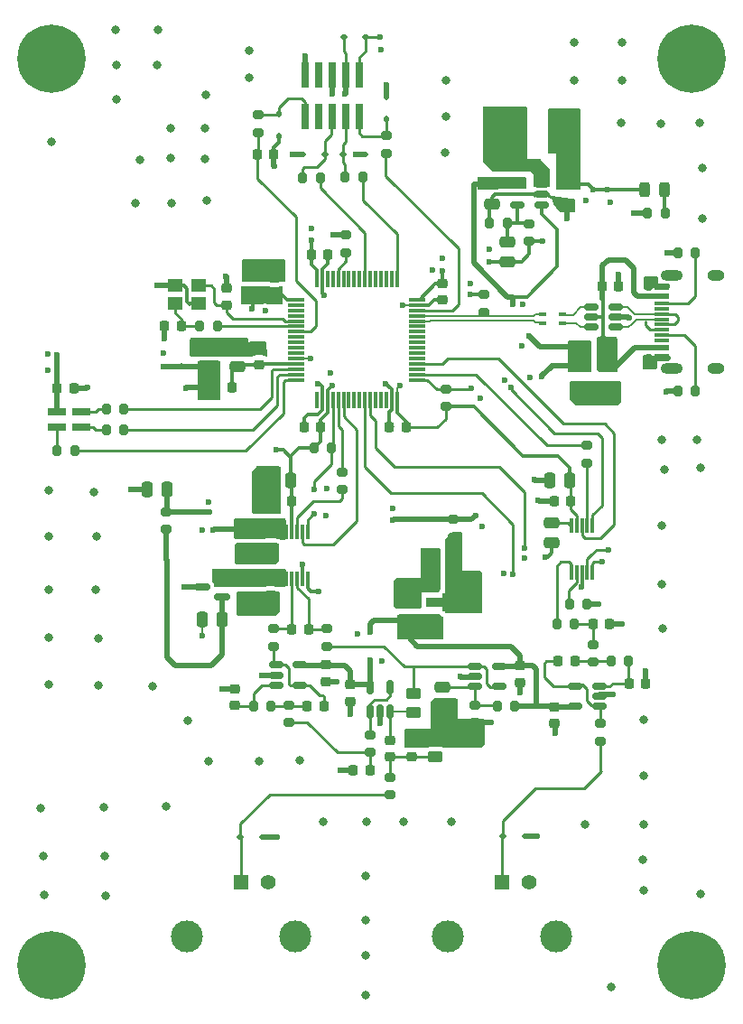
<source format=gbr>
%TF.GenerationSoftware,KiCad,Pcbnew,9.0.0*%
%TF.CreationDate,2025-12-13T14:21:09+02:00*%
%TF.ProjectId,mixed_signal_hw_pcb,6d697865-645f-4736-9967-6e616c5f6877,rev?*%
%TF.SameCoordinates,Original*%
%TF.FileFunction,Copper,L1,Top*%
%TF.FilePolarity,Positive*%
%FSLAX46Y46*%
G04 Gerber Fmt 4.6, Leading zero omitted, Abs format (unit mm)*
G04 Created by KiCad (PCBNEW 9.0.0) date 2025-12-13 14:21:09*
%MOMM*%
%LPD*%
G01*
G04 APERTURE LIST*
G04 Aperture macros list*
%AMRoundRect*
0 Rectangle with rounded corners*
0 $1 Rounding radius*
0 $2 $3 $4 $5 $6 $7 $8 $9 X,Y pos of 4 corners*
0 Add a 4 corners polygon primitive as box body*
4,1,4,$2,$3,$4,$5,$6,$7,$8,$9,$2,$3,0*
0 Add four circle primitives for the rounded corners*
1,1,$1+$1,$2,$3*
1,1,$1+$1,$4,$5*
1,1,$1+$1,$6,$7*
1,1,$1+$1,$8,$9*
0 Add four rect primitives between the rounded corners*
20,1,$1+$1,$2,$3,$4,$5,0*
20,1,$1+$1,$4,$5,$6,$7,0*
20,1,$1+$1,$6,$7,$8,$9,0*
20,1,$1+$1,$8,$9,$2,$3,0*%
%AMFreePoly0*
4,1,9,3.862500,-0.866500,0.737500,-0.866500,0.737500,-0.450000,-0.737500,-0.450000,-0.737500,0.450000,0.737500,0.450000,0.737500,0.866500,3.862500,0.866500,3.862500,-0.866500,3.862500,-0.866500,$1*%
G04 Aperture macros list end*
%TA.AperFunction,SMDPad,CuDef*%
%ADD10R,0.300000X1.450000*%
%TD*%
%TA.AperFunction,SMDPad,CuDef*%
%ADD11RoundRect,0.200000X-0.275000X0.200000X-0.275000X-0.200000X0.275000X-0.200000X0.275000X0.200000X0*%
%TD*%
%TA.AperFunction,SMDPad,CuDef*%
%ADD12RoundRect,0.225000X0.250000X-0.225000X0.250000X0.225000X-0.250000X0.225000X-0.250000X-0.225000X0*%
%TD*%
%TA.AperFunction,SMDPad,CuDef*%
%ADD13RoundRect,0.250000X-0.475000X0.250000X-0.475000X-0.250000X0.475000X-0.250000X0.475000X0.250000X0*%
%TD*%
%TA.AperFunction,SMDPad,CuDef*%
%ADD14RoundRect,0.218750X0.218750X0.256250X-0.218750X0.256250X-0.218750X-0.256250X0.218750X-0.256250X0*%
%TD*%
%TA.AperFunction,SMDPad,CuDef*%
%ADD15RoundRect,0.250000X0.250000X0.475000X-0.250000X0.475000X-0.250000X-0.475000X0.250000X-0.475000X0*%
%TD*%
%TA.AperFunction,SMDPad,CuDef*%
%ADD16RoundRect,0.225000X0.225000X0.250000X-0.225000X0.250000X-0.225000X-0.250000X0.225000X-0.250000X0*%
%TD*%
%TA.AperFunction,SMDPad,CuDef*%
%ADD17RoundRect,0.225000X-0.425000X-0.225000X0.425000X-0.225000X0.425000X0.225000X-0.425000X0.225000X0*%
%TD*%
%TA.AperFunction,SMDPad,CuDef*%
%ADD18FreePoly0,0.000000*%
%TD*%
%TA.AperFunction,ComponentPad*%
%ADD19R,1.400000X1.400000*%
%TD*%
%TA.AperFunction,ComponentPad*%
%ADD20C,1.400000*%
%TD*%
%TA.AperFunction,ComponentPad*%
%ADD21C,3.000000*%
%TD*%
%TA.AperFunction,SMDPad,CuDef*%
%ADD22RoundRect,0.200000X-0.200000X-0.275000X0.200000X-0.275000X0.200000X0.275000X-0.200000X0.275000X0*%
%TD*%
%TA.AperFunction,SMDPad,CuDef*%
%ADD23RoundRect,0.200000X0.275000X-0.200000X0.275000X0.200000X-0.275000X0.200000X-0.275000X-0.200000X0*%
%TD*%
%TA.AperFunction,SMDPad,CuDef*%
%ADD24RoundRect,0.250000X0.475000X-0.250000X0.475000X0.250000X-0.475000X0.250000X-0.475000X-0.250000X0*%
%TD*%
%TA.AperFunction,SMDPad,CuDef*%
%ADD25R,1.752600X0.762000*%
%TD*%
%TA.AperFunction,SMDPad,CuDef*%
%ADD26RoundRect,0.200000X0.200000X0.275000X-0.200000X0.275000X-0.200000X-0.275000X0.200000X-0.275000X0*%
%TD*%
%TA.AperFunction,ComponentPad*%
%ADD27C,0.800000*%
%TD*%
%TA.AperFunction,ComponentPad*%
%ADD28C,6.400000*%
%TD*%
%TA.AperFunction,SMDPad,CuDef*%
%ADD29RoundRect,0.112500X0.187500X0.112500X-0.187500X0.112500X-0.187500X-0.112500X0.187500X-0.112500X0*%
%TD*%
%TA.AperFunction,SMDPad,CuDef*%
%ADD30RoundRect,0.112500X-0.112500X0.187500X-0.112500X-0.187500X0.112500X-0.187500X0.112500X0.187500X0*%
%TD*%
%TA.AperFunction,SMDPad,CuDef*%
%ADD31RoundRect,0.243750X0.243750X0.456250X-0.243750X0.456250X-0.243750X-0.456250X0.243750X-0.456250X0*%
%TD*%
%TA.AperFunction,SMDPad,CuDef*%
%ADD32RoundRect,0.250000X-0.450000X0.262500X-0.450000X-0.262500X0.450000X-0.262500X0.450000X0.262500X0*%
%TD*%
%TA.AperFunction,SMDPad,CuDef*%
%ADD33RoundRect,0.150000X-0.512500X-0.150000X0.512500X-0.150000X0.512500X0.150000X-0.512500X0.150000X0*%
%TD*%
%TA.AperFunction,SMDPad,CuDef*%
%ADD34RoundRect,0.225000X-0.250000X0.225000X-0.250000X-0.225000X0.250000X-0.225000X0.250000X0.225000X0*%
%TD*%
%TA.AperFunction,SMDPad,CuDef*%
%ADD35RoundRect,0.225000X-0.225000X-0.250000X0.225000X-0.250000X0.225000X0.250000X-0.225000X0.250000X0*%
%TD*%
%TA.AperFunction,SMDPad,CuDef*%
%ADD36R,0.750000X0.400000*%
%TD*%
%TA.AperFunction,SMDPad,CuDef*%
%ADD37RoundRect,0.112500X-0.187500X-0.112500X0.187500X-0.112500X0.187500X0.112500X-0.187500X0.112500X0*%
%TD*%
%TA.AperFunction,SMDPad,CuDef*%
%ADD38RoundRect,0.150000X0.512500X0.150000X-0.512500X0.150000X-0.512500X-0.150000X0.512500X-0.150000X0*%
%TD*%
%TA.AperFunction,SMDPad,CuDef*%
%ADD39R,0.740000X2.400000*%
%TD*%
%TA.AperFunction,SMDPad,CuDef*%
%ADD40RoundRect,0.150000X0.150000X-0.512500X0.150000X0.512500X-0.150000X0.512500X-0.150000X-0.512500X0*%
%TD*%
%TA.AperFunction,SMDPad,CuDef*%
%ADD41RoundRect,0.075000X-0.700000X-0.075000X0.700000X-0.075000X0.700000X0.075000X-0.700000X0.075000X0*%
%TD*%
%TA.AperFunction,SMDPad,CuDef*%
%ADD42RoundRect,0.075000X-0.075000X-0.700000X0.075000X-0.700000X0.075000X0.700000X-0.075000X0.700000X0*%
%TD*%
%TA.AperFunction,SMDPad,CuDef*%
%ADD43R,1.400000X1.200000*%
%TD*%
%TA.AperFunction,SMDPad,CuDef*%
%ADD44R,1.450000X0.600000*%
%TD*%
%TA.AperFunction,SMDPad,CuDef*%
%ADD45R,1.450000X0.300000*%
%TD*%
%TA.AperFunction,HeatsinkPad*%
%ADD46O,2.100000X1.000000*%
%TD*%
%TA.AperFunction,HeatsinkPad*%
%ADD47O,1.600000X1.000000*%
%TD*%
%TA.AperFunction,SMDPad,CuDef*%
%ADD48RoundRect,0.112500X0.112500X-0.187500X0.112500X0.187500X-0.112500X0.187500X-0.112500X-0.187500X0*%
%TD*%
%TA.AperFunction,SMDPad,CuDef*%
%ADD49R,2.350000X3.500000*%
%TD*%
%TA.AperFunction,SMDPad,CuDef*%
%ADD50RoundRect,0.150000X0.587500X0.150000X-0.587500X0.150000X-0.587500X-0.150000X0.587500X-0.150000X0*%
%TD*%
%TA.AperFunction,SMDPad,CuDef*%
%ADD51RoundRect,0.250000X0.450000X-0.262500X0.450000X0.262500X-0.450000X0.262500X-0.450000X-0.262500X0*%
%TD*%
%TA.AperFunction,ViaPad*%
%ADD52C,0.800000*%
%TD*%
%TA.AperFunction,ViaPad*%
%ADD53C,0.600000*%
%TD*%
%TA.AperFunction,Conductor*%
%ADD54C,0.261112*%
%TD*%
%TA.AperFunction,Conductor*%
%ADD55C,0.200000*%
%TD*%
%TA.AperFunction,Conductor*%
%ADD56C,0.300000*%
%TD*%
%TA.AperFunction,Conductor*%
%ADD57C,0.500000*%
%TD*%
%TA.AperFunction,Conductor*%
%ADD58C,0.293000*%
%TD*%
G04 APERTURE END LIST*
D10*
%TO.P,U303,1,VREF*%
%TO.N,/ADC/ADC_VREF*%
X86000000Y-79250000D03*
%TO.P,U303,2,+IN*%
%TO.N,ADC_IN+*%
X86500000Y-79250000D03*
%TO.P,U303,3,-IN*%
%TO.N,ADC_IN-*%
X87000000Y-79250000D03*
%TO.P,U303,4,GND*%
%TO.N,GND*%
X87500000Y-79250000D03*
%TO.P,U303,5,GND*%
X88000000Y-79250000D03*
%TO.P,U303,6,NCS*%
%TO.N,SPI1_NSS*%
X88000000Y-74850000D03*
%TO.P,U303,7,DOUT*%
%TO.N,SPI1_MISO*%
X87500000Y-74850000D03*
%TO.P,U303,8,SCLK*%
%TO.N,/ADC/ADC_SCLK*%
X87000000Y-74850000D03*
%TO.P,U303,9,VIO*%
%TO.N,+3V3*%
X86500000Y-74850000D03*
%TO.P,U303,10,VA*%
%TO.N,+3.3VA*%
X86000000Y-74850000D03*
%TD*%
%TO.P,U400,1,VOUT_A*%
%TO.N,/DAC/DAC_OUT_A*%
X112712500Y-78675000D03*
%TO.P,U400,2,VOUT_B*%
%TO.N,/DAC/DAC_OUT_B*%
X113212500Y-78675000D03*
%TO.P,U400,3,GND*%
%TO.N,GND*%
X113712500Y-78675000D03*
%TO.P,U400,4,NLDAC*%
%TO.N,DAC_NLDAC*%
X114212500Y-78675000D03*
%TO.P,U400,5,NCLR*%
%TO.N,DAC_NCLR*%
X114712500Y-78675000D03*
%TO.P,U400,6,NSYNC*%
%TO.N,SPI2_NSS*%
X114712500Y-74275000D03*
%TO.P,U400,7,SCLK*%
%TO.N,/DAC/DAC_SCLK*%
X114212500Y-74275000D03*
%TO.P,U400,8,DIN*%
%TO.N,SPI2_MOSI*%
X113712500Y-74275000D03*
%TO.P,U400,9,AVDD*%
%TO.N,+3V3*%
X113212500Y-74275000D03*
%TO.P,U400,10,VREFIN/VREFOUT*%
%TO.N,/DAC/DAC_VREF*%
X112712500Y-74275000D03*
%TD*%
D11*
%TO.P,R105,1*%
%TO.N,/Power/VREF*%
X103660000Y-91105000D03*
%TO.P,R105,2*%
%TO.N,GND*%
X103660000Y-92755000D03*
%TD*%
D12*
%TO.P,C201,1*%
%TO.N,+3V3*%
X84870000Y-52625000D03*
%TO.P,C201,2*%
%TO.N,GND*%
X84870000Y-51075000D03*
%TD*%
D13*
%TO.P,C101,1*%
%TO.N,+5V*%
X113530000Y-59320000D03*
%TO.P,C101,2*%
%TO.N,GND*%
X113530000Y-61220000D03*
%TD*%
D14*
%TO.P,L100,1,1*%
%TO.N,VBUS*%
X115687500Y-57480000D03*
%TO.P,L100,2,2*%
%TO.N,+5V*%
X114112500Y-57480000D03*
%TD*%
D15*
%TO.P,C102,1*%
%TO.N,/Power/+5V_FILT*%
X101460000Y-77500000D03*
%TO.P,C102,2*%
%TO.N,GND*%
X99560000Y-77500000D03*
%TD*%
D16*
%TO.P,C303,1*%
%TO.N,Net-(C303-Pad1)*%
X93812500Y-97240000D03*
%TO.P,C303,2*%
%TO.N,GND*%
X92262500Y-97240000D03*
%TD*%
D17*
%TO.P,U100,1,GND*%
%TO.N,GND*%
X99800000Y-80000000D03*
D18*
%TO.P,U100,2,VIN*%
%TO.N,/Power/+5V_FILT*%
X99887500Y-81500000D03*
D17*
%TO.P,U100,3,VOUT*%
%TO.N,+3.3VA*%
X99800000Y-83000000D03*
%TD*%
D19*
%TO.P,J300,1,In*%
%TO.N,/ADC/IN*%
X81710000Y-107700000D03*
D20*
%TO.P,J300,2,Ext*%
%TO.N,GND*%
X84250000Y-107700000D03*
D21*
%TO.P,J300,3*%
%TO.N,N/C*%
X76630000Y-112780000D03*
%TO.P,J300,4*%
X86790000Y-112780000D03*
%TD*%
D13*
%TO.P,C104,1*%
%TO.N,+5V*%
X105300000Y-42250000D03*
%TO.P,C104,2*%
%TO.N,GND*%
X105300000Y-44150000D03*
%TD*%
D22*
%TO.P,R402,1*%
%TO.N,/DAC/DAC_OUT_A*%
X111377500Y-83510000D03*
%TO.P,R402,2*%
%TO.N,Net-(C403-Pad1)*%
X113027500Y-83510000D03*
%TD*%
D15*
%TO.P,C315,1*%
%TO.N,+3V3*%
X86440000Y-70020000D03*
%TO.P,C315,2*%
%TO.N,GND*%
X84540000Y-70020000D03*
%TD*%
D11*
%TO.P,R308,1*%
%TO.N,+5V*%
X74760000Y-72990000D03*
%TO.P,R308,2*%
%TO.N,/ADC/ADC_VREF_VIN*%
X74760000Y-74640000D03*
%TD*%
D23*
%TO.P,R300,1*%
%TO.N,/ADC/IN*%
X95722500Y-99525000D03*
%TO.P,R300,2*%
%TO.N,/ADC/IN_RF*%
X95722500Y-97875000D03*
%TD*%
D16*
%TO.P,C405,1*%
%TO.N,Net-(C405-Pad1)*%
X113032500Y-86995000D03*
%TO.P,C405,2*%
%TO.N,/DAC/OUT_BUF_AA_OUT*%
X111482500Y-86995000D03*
%TD*%
D11*
%TO.P,R200,1*%
%TO.N,GND*%
X91580000Y-47035000D03*
%TO.P,R200,2*%
%TO.N,/MCU/BOOT0*%
X91580000Y-48685000D03*
%TD*%
D24*
%TO.P,C106,1*%
%TO.N,+3V3*%
X106690000Y-49570000D03*
%TO.P,C106,2*%
%TO.N,/Power/BUCK_FB*%
X106690000Y-47670000D03*
%TD*%
D25*
%TO.P,D200,1,A*%
%TO.N,+3V3*%
X64499400Y-63620000D03*
%TO.P,D200,2,RK*%
%TO.N,/MCU/CH1_R*%
X66760000Y-63620000D03*
%TO.P,D200,3,GK*%
%TO.N,/MCU/CH2_G*%
X66760000Y-65070000D03*
%TO.P,D200,4,BK*%
%TO.N,/MCU/CH3_B*%
X64499400Y-65070000D03*
%TD*%
D16*
%TO.P,C314,1*%
%TO.N,+3V3*%
X86465000Y-72020000D03*
%TO.P,C314,2*%
%TO.N,GND*%
X84915000Y-72020000D03*
%TD*%
D26*
%TO.P,R103,1*%
%TO.N,/Power/LED_PWR_K*%
X121510000Y-44990000D03*
%TO.P,R103,2*%
%TO.N,GND*%
X119860000Y-44990000D03*
%TD*%
D13*
%TO.P,C105,1*%
%TO.N,+3V3*%
X112300000Y-42300000D03*
%TO.P,C105,2*%
%TO.N,GND*%
X112300000Y-44200000D03*
%TD*%
D27*
%TO.P,H1,1,1*%
%TO.N,GND*%
X61600000Y-30500000D03*
X62302944Y-28802944D03*
X62302944Y-32197056D03*
X64000000Y-28100000D03*
D28*
X64000000Y-30500000D03*
D27*
X64000000Y-32900000D03*
X65697056Y-28802944D03*
X65697056Y-32197056D03*
X66400000Y-30500000D03*
%TD*%
D29*
%TO.P,D300,1,A1*%
%TO.N,GND*%
X83800000Y-103500000D03*
%TO.P,D300,2,A2*%
%TO.N,/ADC/IN*%
X81700000Y-103500000D03*
%TD*%
D30*
%TO.P,D202,1,A1*%
%TO.N,GND*%
X95380000Y-34060000D03*
%TO.P,D202,2,A2*%
%TO.N,/MCU/CON_SWDIO*%
X95380000Y-36160000D03*
%TD*%
D11*
%TO.P,R303,1*%
%TO.N,/ADC/IN_BUF_OUT*%
X93812500Y-93915000D03*
%TO.P,R303,2*%
%TO.N,Net-(C303-Pad1)*%
X93812500Y-95565000D03*
%TD*%
D31*
%TO.P,D100,1,K*%
%TO.N,/Power/LED_PWR_K*%
X121437500Y-42780000D03*
%TO.P,D100,2,A*%
%TO.N,+3V3*%
X119562500Y-42780000D03*
%TD*%
D13*
%TO.P,C402,1*%
%TO.N,/DAC/DAC_VREF*%
X110887500Y-74025000D03*
%TO.P,C402,2*%
%TO.N,GND*%
X110887500Y-75925000D03*
%TD*%
D32*
%TO.P,R301,1*%
%TO.N,GND*%
X99972500Y-94125000D03*
%TO.P,R301,2*%
%TO.N,/ADC/IN_RF*%
X99972500Y-95950000D03*
%TD*%
D33*
%TO.P,U301,1*%
%TO.N,/ADC/IN_AA_BUF_OUT*%
X85015000Y-87350000D03*
%TO.P,U301,2,V-*%
%TO.N,GND*%
X85015000Y-88300000D03*
%TO.P,U301,3,+*%
%TO.N,/ADC/IN_AA_BUF_IN*%
X85015000Y-89250000D03*
%TO.P,U301,4,-*%
%TO.N,/ADC/IN_AA_BUF_OUT*%
X87290000Y-89250000D03*
%TO.P,U301,5,V+*%
%TO.N,+3.3VA*%
X87290000Y-87350000D03*
%TD*%
D34*
%TO.P,C311,1*%
%TO.N,+3.3VA*%
X84500000Y-74750000D03*
%TO.P,C311,2*%
%TO.N,GND*%
X84500000Y-76300000D03*
%TD*%
D12*
%TO.P,C305,1*%
%TO.N,/ADC/IN_AA_BUF_IN*%
X81190000Y-91145000D03*
%TO.P,C305,2*%
%TO.N,GND*%
X81190000Y-89595000D03*
%TD*%
D26*
%TO.P,R206,1*%
%TO.N,TM2_CH2*%
X70745000Y-65340000D03*
%TO.P,R206,2*%
%TO.N,/MCU/CH2_G*%
X69095000Y-65340000D03*
%TD*%
D23*
%TO.P,R101,1*%
%TO.N,+3V3*%
X108790000Y-47645000D03*
%TO.P,R101,2*%
%TO.N,/Power/BUCK_FB*%
X108790000Y-45995000D03*
%TD*%
D16*
%TO.P,C213,1*%
%TO.N,GND*%
X117175000Y-51840000D03*
%TO.P,C213,2*%
%TO.N,VBUS*%
X115625000Y-51840000D03*
%TD*%
D26*
%TO.P,R305,1*%
%TO.N,Net-(C304-Pad1)*%
X84547500Y-91175000D03*
%TO.P,R305,2*%
%TO.N,/ADC/IN_AA_BUF_IN*%
X82897500Y-91175000D03*
%TD*%
D35*
%TO.P,C307,1*%
%TO.N,ADC_IN+*%
X86507500Y-84020000D03*
%TO.P,C307,2*%
%TO.N,ADC_IN-*%
X88057500Y-84020000D03*
%TD*%
D34*
%TO.P,C313,1*%
%TO.N,/ADC/ADC_VREF*%
X84500000Y-79275000D03*
%TO.P,C313,2*%
%TO.N,GND*%
X84500000Y-80825000D03*
%TD*%
D16*
%TO.P,C203,1*%
%TO.N,+3V3*%
X97215000Y-65020000D03*
%TO.P,C203,2*%
%TO.N,GND*%
X95665000Y-65020000D03*
%TD*%
D15*
%TO.P,C309,1*%
%TO.N,/ADC/ADC_VREF_VIN*%
X80000000Y-83050000D03*
%TO.P,C309,2*%
%TO.N,GND*%
X78100000Y-83050000D03*
%TD*%
D36*
%TO.P,FL200,1,1*%
%TO.N,USB_CMC_D-*%
X111895000Y-55280000D03*
%TO.P,FL200,2,2*%
%TO.N,USB_CMC_D+*%
X111895000Y-54480000D03*
%TO.P,FL200,3,3*%
%TO.N,USB_D+*%
X110045000Y-54480000D03*
%TO.P,FL200,4,4*%
%TO.N,USB_D-*%
X110045000Y-55280000D03*
%TD*%
D24*
%TO.P,C103,1*%
%TO.N,+3.3VA*%
X97550000Y-83200000D03*
%TO.P,C103,2*%
%TO.N,GND*%
X97550000Y-81300000D03*
%TD*%
D35*
%TO.P,C403,1*%
%TO.N,Net-(C403-Pad1)*%
X114765000Y-83510000D03*
%TO.P,C403,2*%
%TO.N,GND*%
X116315000Y-83510000D03*
%TD*%
D22*
%TO.P,R213,1*%
%TO.N,GND*%
X122695000Y-48720000D03*
%TO.P,R213,2*%
%TO.N,/MCU/USB_CONN_CC2*%
X124345000Y-48720000D03*
%TD*%
D35*
%TO.P,C205,1*%
%TO.N,+3V3*%
X88325000Y-48880000D03*
%TO.P,C205,2*%
%TO.N,GND*%
X89875000Y-48880000D03*
%TD*%
D22*
%TO.P,R212,1*%
%TO.N,GND*%
X122685000Y-61700000D03*
%TO.P,R212,2*%
%TO.N,/MCU/USB_CONN_CC1*%
X124335000Y-61700000D03*
%TD*%
D37*
%TO.P,D201,1,A1*%
%TO.N,GND*%
X91362500Y-28460000D03*
%TO.P,D201,2,A2*%
%TO.N,+3V3*%
X93462500Y-28460000D03*
%TD*%
D38*
%TO.P,U101,1,EN*%
%TO.N,+5V*%
X109937500Y-44200000D03*
%TO.P,U101,2,GND*%
%TO.N,GND*%
X109937500Y-43250000D03*
%TO.P,U101,3,SW*%
%TO.N,/Power/BUCK_SW*%
X109937500Y-42300000D03*
%TO.P,U101,4,VIN*%
%TO.N,+5V*%
X107662500Y-42300000D03*
%TO.P,U101,5,FB*%
%TO.N,/Power/BUCK_FB*%
X107662500Y-44200000D03*
%TD*%
D26*
%TO.P,R207,1*%
%TO.N,TM2_CH3*%
X66160000Y-67230000D03*
%TO.P,R207,2*%
%TO.N,/MCU/CH3_B*%
X64510000Y-67230000D03*
%TD*%
D27*
%TO.P,H4,1,1*%
%TO.N,GND*%
X61600000Y-115500000D03*
X62302944Y-113802944D03*
X62302944Y-117197056D03*
X64000000Y-113100000D03*
D28*
X64000000Y-115500000D03*
D27*
X64000000Y-117900000D03*
X65697056Y-113802944D03*
X65697056Y-117197056D03*
X66400000Y-115500000D03*
%TD*%
D33*
%TO.P,U305,1*%
%TO.N,VCOM*%
X103665000Y-87460000D03*
%TO.P,U305,2,V-*%
%TO.N,GND*%
X103665000Y-88410000D03*
%TO.P,U305,3,+*%
%TO.N,/Power/VREF*%
X103665000Y-89360000D03*
%TO.P,U305,4,-*%
%TO.N,VCOM*%
X105940000Y-89360000D03*
%TO.P,U305,5,V+*%
%TO.N,+3.3VA*%
X105940000Y-87460000D03*
%TD*%
D15*
%TO.P,C308,1*%
%TO.N,+5V*%
X74830000Y-70870000D03*
%TO.P,C308,2*%
%TO.N,GND*%
X72930000Y-70870000D03*
%TD*%
D24*
%TO.P,C207,1*%
%TO.N,VDDA*%
X81430000Y-59395000D03*
%TO.P,C207,2*%
%TO.N,GND*%
X81430000Y-57495000D03*
%TD*%
D12*
%TO.P,C406,1*%
%TO.N,GND*%
X111150000Y-92810000D03*
%TO.P,C406,2*%
%TO.N,+3.3VA*%
X111150000Y-91260000D03*
%TD*%
D29*
%TO.P,D203,1,A1*%
%TO.N,GND*%
X93380000Y-39460000D03*
%TO.P,D203,2,A2*%
%TO.N,/MCU/CON_SWCLK*%
X91280000Y-39460000D03*
%TD*%
D11*
%TO.P,R204,1*%
%TO.N,SPI2_NSS*%
X100930000Y-61490000D03*
%TO.P,R204,2*%
%TO.N,+3V3*%
X100930000Y-63140000D03*
%TD*%
D26*
%TO.P,R201,1*%
%TO.N,SPI1_NSS*%
X90215000Y-67020000D03*
%TO.P,R201,2*%
%TO.N,+3V3*%
X88565000Y-67020000D03*
%TD*%
D13*
%TO.P,C107,1*%
%TO.N,/Power/VREF*%
X100650000Y-89460000D03*
%TO.P,C107,2*%
%TO.N,GND*%
X100650000Y-91360000D03*
%TD*%
D12*
%TO.P,C302,1*%
%TO.N,GND*%
X91992500Y-90765000D03*
%TO.P,C302,2*%
%TO.N,+3.3VA*%
X91992500Y-89215000D03*
%TD*%
D24*
%TO.P,C208,1*%
%TO.N,+3V3*%
X78930000Y-59345000D03*
%TO.P,C208,2*%
%TO.N,GND*%
X78930000Y-57445000D03*
%TD*%
D23*
%TO.P,R203,1*%
%TO.N,USB_D+*%
X104490000Y-54270000D03*
%TO.P,R203,2*%
%TO.N,+3V3*%
X104490000Y-52620000D03*
%TD*%
%TO.P,R304,1*%
%TO.N,Net-(C303-Pad1)*%
X86222500Y-92750000D03*
%TO.P,R304,2*%
%TO.N,Net-(C304-Pad1)*%
X86222500Y-91100000D03*
%TD*%
D16*
%TO.P,C202,1*%
%TO.N,+3V3*%
X89215000Y-65070000D03*
%TO.P,C202,2*%
%TO.N,GND*%
X87665000Y-65070000D03*
%TD*%
D39*
%TO.P,J201,1,Pin_1*%
%TO.N,+3V3*%
X92830000Y-32060000D03*
%TO.P,J201,2,Pin_2*%
%TO.N,/MCU/CON_SWDIO*%
X92830000Y-35960000D03*
%TO.P,J201,3,Pin_3*%
%TO.N,GND*%
X91560000Y-32060000D03*
%TO.P,J201,4,Pin_4*%
%TO.N,/MCU/CON_SWCLK*%
X91560000Y-35960000D03*
%TO.P,J201,5,Pin_5*%
%TO.N,GND*%
X90290000Y-32060000D03*
%TO.P,J201,6,Pin_6*%
%TO.N,/MCU/CON_SWO*%
X90290000Y-35960000D03*
%TO.P,J201,7,Pin_7*%
%TO.N,unconnected-(J201-Pin_7-Pad7)*%
X89020000Y-32060000D03*
%TO.P,J201,8,Pin_8*%
%TO.N,unconnected-(J201-Pin_8-Pad8)*%
X89020000Y-35960000D03*
%TO.P,J201,9,Pin_9*%
%TO.N,GND*%
X87750000Y-32060000D03*
%TO.P,J201,10,Pin_10*%
%TO.N,/MCU/CON_NRST*%
X87750000Y-35960000D03*
%TD*%
D40*
%TO.P,U300,1*%
%TO.N,/ADC/IN_BUF_OUT*%
X93847500Y-91700000D03*
%TO.P,U300,2,V-*%
%TO.N,GND*%
X94797500Y-91700000D03*
%TO.P,U300,3,+*%
%TO.N,/ADC/IN_BUF*%
X95747500Y-91700000D03*
%TO.P,U300,4,-*%
%TO.N,/ADC/IN_BUF_OUT*%
X95747500Y-89425000D03*
%TO.P,U300,5,V+*%
%TO.N,+3.3VA*%
X93847500Y-89425000D03*
%TD*%
D22*
%TO.P,R209,1*%
%TO.N,/MCU/CON_SWCLK*%
X91505000Y-41560000D03*
%TO.P,R209,2*%
%TO.N,SWCLK*%
X93155000Y-41560000D03*
%TD*%
D14*
%TO.P,L200,1,1*%
%TO.N,VDDA*%
X80915000Y-61360000D03*
%TO.P,L200,2,2*%
%TO.N,+3V3*%
X79340000Y-61360000D03*
%TD*%
D38*
%TO.P,U201,1,I/O2*%
%TO.N,USB_CONN_D-*%
X116867500Y-55690000D03*
%TO.P,U201,2,GND*%
%TO.N,GND*%
X116867500Y-54740000D03*
%TO.P,U201,3,I/O2*%
%TO.N,USB_CONN_D+*%
X116867500Y-53790000D03*
%TO.P,U201,4,I/O1*%
%TO.N,USB_CMC_D+*%
X114592500Y-53790000D03*
%TO.P,U201,5,VBUS*%
%TO.N,VBUS*%
X114592500Y-54740000D03*
%TO.P,U201,6,I/O1*%
%TO.N,USB_CMC_D-*%
X114592500Y-55690000D03*
%TD*%
D41*
%TO.P,U200,1,VBAT*%
%TO.N,+3V3*%
X86935000Y-53110000D03*
%TO.P,U200,2,PC13*%
%TO.N,unconnected-(U200-PC13-Pad2)*%
X86935000Y-53610000D03*
%TO.P,U200,3,PC14*%
%TO.N,unconnected-(U200-PC14-Pad3)*%
X86935000Y-54110000D03*
%TO.P,U200,4,PC15*%
%TO.N,unconnected-(U200-PC15-Pad4)*%
X86935000Y-54610000D03*
%TO.P,U200,5,PD0*%
%TO.N,/MCU/HSE_IN*%
X86935000Y-55110000D03*
%TO.P,U200,6,PD1*%
%TO.N,/MCU/HSE_OUT*%
X86935000Y-55610000D03*
%TO.P,U200,7,NRST*%
%TO.N,NRST*%
X86935000Y-56110000D03*
%TO.P,U200,8,PC0*%
%TO.N,unconnected-(U200-PC0-Pad8)*%
X86935000Y-56610000D03*
%TO.P,U200,9,PC1*%
%TO.N,unconnected-(U200-PC1-Pad9)*%
X86935000Y-57110000D03*
%TO.P,U200,10,PC2*%
%TO.N,unconnected-(U200-PC2-Pad10)*%
X86935000Y-57610000D03*
%TO.P,U200,11,PC3*%
%TO.N,unconnected-(U200-PC3-Pad11)*%
X86935000Y-58110000D03*
%TO.P,U200,12,VSSA*%
%TO.N,GND*%
X86935000Y-58610000D03*
%TO.P,U200,13,VDDA*%
%TO.N,VDDA*%
X86935000Y-59110000D03*
%TO.P,U200,14,PA0*%
%TO.N,TM2_CH1*%
X86935000Y-59610000D03*
%TO.P,U200,15,PA1*%
%TO.N,TM2_CH2*%
X86935000Y-60110000D03*
%TO.P,U200,16,PA2*%
%TO.N,TM2_CH3*%
X86935000Y-60610000D03*
D42*
%TO.P,U200,17,PA3*%
%TO.N,unconnected-(U200-PA3-Pad17)*%
X88860000Y-62535000D03*
%TO.P,U200,18,VSS*%
%TO.N,GND*%
X89360000Y-62535000D03*
%TO.P,U200,19,VDD*%
%TO.N,+3V3*%
X89860000Y-62535000D03*
%TO.P,U200,20,PA4*%
%TO.N,SPI1_NSS*%
X90360000Y-62535000D03*
%TO.P,U200,21,PA5*%
%TO.N,SPI1_SCK*%
X90860000Y-62535000D03*
%TO.P,U200,22,PA6*%
%TO.N,SPI1_MISO*%
X91360000Y-62535000D03*
%TO.P,U200,23,PA7*%
%TO.N,unconnected-(U200-PA7-Pad23)*%
X91860000Y-62535000D03*
%TO.P,U200,24,PC4*%
%TO.N,unconnected-(U200-PC4-Pad24)*%
X92360000Y-62535000D03*
%TO.P,U200,25,PC5*%
%TO.N,unconnected-(U200-PC5-Pad25)*%
X92860000Y-62535000D03*
%TO.P,U200,26,PB0*%
%TO.N,DAC_NCLR*%
X93360000Y-62535000D03*
%TO.P,U200,27,PB1*%
%TO.N,DAC_NLDAC*%
X93860000Y-62535000D03*
%TO.P,U200,28,PB2*%
%TO.N,unconnected-(U200-PB2-Pad28)*%
X94360000Y-62535000D03*
%TO.P,U200,29,PB10*%
%TO.N,unconnected-(U200-PB10-Pad29)*%
X94860000Y-62535000D03*
%TO.P,U200,30,PB11*%
%TO.N,unconnected-(U200-PB11-Pad30)*%
X95360000Y-62535000D03*
%TO.P,U200,31,VSS*%
%TO.N,GND*%
X95860000Y-62535000D03*
%TO.P,U200,32,VDD*%
%TO.N,+3V3*%
X96360000Y-62535000D03*
D41*
%TO.P,U200,33,PB12*%
%TO.N,SPI2_NSS*%
X98285000Y-60610000D03*
%TO.P,U200,34,PB13*%
%TO.N,SPI2_SCK*%
X98285000Y-60110000D03*
%TO.P,U200,35,PB14*%
%TO.N,unconnected-(U200-PB14-Pad35)*%
X98285000Y-59610000D03*
%TO.P,U200,36,PB15*%
%TO.N,SPI2_MOSI*%
X98285000Y-59110000D03*
%TO.P,U200,37,PC6*%
%TO.N,unconnected-(U200-PC6-Pad37)*%
X98285000Y-58610000D03*
%TO.P,U200,38,PC7*%
%TO.N,unconnected-(U200-PC7-Pad38)*%
X98285000Y-58110000D03*
%TO.P,U200,39,PC8*%
%TO.N,unconnected-(U200-PC8-Pad39)*%
X98285000Y-57610000D03*
%TO.P,U200,40,PC9*%
%TO.N,unconnected-(U200-PC9-Pad40)*%
X98285000Y-57110000D03*
%TO.P,U200,41,PA8*%
%TO.N,unconnected-(U200-PA8-Pad41)*%
X98285000Y-56610000D03*
%TO.P,U200,42,PA9*%
%TO.N,unconnected-(U200-PA9-Pad42)*%
X98285000Y-56110000D03*
%TO.P,U200,43,PA10*%
%TO.N,unconnected-(U200-PA10-Pad43)*%
X98285000Y-55610000D03*
%TO.P,U200,44,PA11*%
%TO.N,USB_D-*%
X98285000Y-55110000D03*
%TO.P,U200,45,PA12*%
%TO.N,USB_D+*%
X98285000Y-54610000D03*
%TO.P,U200,46,PA13*%
%TO.N,SWDIO*%
X98285000Y-54110000D03*
%TO.P,U200,47,VSS*%
%TO.N,GND*%
X98285000Y-53610000D03*
%TO.P,U200,48,VDD*%
%TO.N,+3V3*%
X98285000Y-53110000D03*
D42*
%TO.P,U200,49,PA14*%
%TO.N,SWCLK*%
X96360000Y-51185000D03*
%TO.P,U200,50,PA15*%
%TO.N,unconnected-(U200-PA15-Pad50)*%
X95860000Y-51185000D03*
%TO.P,U200,51,PC10*%
%TO.N,unconnected-(U200-PC10-Pad51)*%
X95360000Y-51185000D03*
%TO.P,U200,52,PC11*%
%TO.N,unconnected-(U200-PC11-Pad52)*%
X94860000Y-51185000D03*
%TO.P,U200,53,PC12*%
%TO.N,unconnected-(U200-PC12-Pad53)*%
X94360000Y-51185000D03*
%TO.P,U200,54,PD2*%
%TO.N,unconnected-(U200-PD2-Pad54)*%
X93860000Y-51185000D03*
%TO.P,U200,55,PB3*%
%TO.N,SWO*%
X93360000Y-51185000D03*
%TO.P,U200,56,PB4*%
%TO.N,unconnected-(U200-PB4-Pad56)*%
X92860000Y-51185000D03*
%TO.P,U200,57,PB5*%
%TO.N,unconnected-(U200-PB5-Pad57)*%
X92360000Y-51185000D03*
%TO.P,U200,58,PB6*%
%TO.N,unconnected-(U200-PB6-Pad58)*%
X91860000Y-51185000D03*
%TO.P,U200,59,PB7*%
%TO.N,unconnected-(U200-PB7-Pad59)*%
X91360000Y-51185000D03*
%TO.P,U200,60,BOOT0*%
%TO.N,/MCU/BOOT0*%
X90860000Y-51185000D03*
%TO.P,U200,61,PB8*%
%TO.N,unconnected-(U200-PB8-Pad61)*%
X90360000Y-51185000D03*
%TO.P,U200,62,PB9*%
%TO.N,unconnected-(U200-PB9-Pad62)*%
X89860000Y-51185000D03*
%TO.P,U200,63,VSS*%
%TO.N,GND*%
X89360000Y-51185000D03*
%TO.P,U200,64,VDD*%
%TO.N,+3V3*%
X88860000Y-51185000D03*
%TD*%
D13*
%TO.P,C312,1*%
%TO.N,/ADC/ADC_VREF*%
X82380000Y-79150000D03*
%TO.P,C312,2*%
%TO.N,GND*%
X82380000Y-81050000D03*
%TD*%
D12*
%TO.P,C206,1*%
%TO.N,VDDA*%
X83430000Y-59170000D03*
%TO.P,C206,2*%
%TO.N,GND*%
X83430000Y-57620000D03*
%TD*%
D43*
%TO.P,Y200,1,1*%
%TO.N,/MCU/HSE_IN*%
X77800000Y-51790000D03*
%TO.P,Y200,2,2*%
%TO.N,GND*%
X75600000Y-51790000D03*
%TO.P,Y200,3,3*%
%TO.N,/MCU/XTAL_IN*%
X75600000Y-53490000D03*
%TO.P,Y200,4,4*%
%TO.N,GND*%
X77800000Y-53490000D03*
%TD*%
D38*
%TO.P,U401,1*%
%TO.N,/DAC/OUT_BUF_AA_OUT*%
X115340000Y-91240000D03*
%TO.P,U401,2,V-*%
%TO.N,GND*%
X115340000Y-90290000D03*
%TO.P,U401,3,+*%
%TO.N,/DAC/OUT_BUF_AA_IN*%
X115340000Y-89340000D03*
%TO.P,U401,4,-*%
%TO.N,/DAC/OUT_BUF_AA_OUT*%
X113065000Y-89340000D03*
%TO.P,U401,5,V+*%
%TO.N,+3.3VA*%
X113065000Y-91240000D03*
%TD*%
D44*
%TO.P,J200,A1,GND*%
%TO.N,GND*%
X121195000Y-58440000D03*
%TO.P,J200,A4,VBUS*%
%TO.N,VBUS*%
X121195000Y-57640000D03*
D45*
%TO.P,J200,A5,CC1*%
%TO.N,/MCU/USB_CONN_CC1*%
X121195000Y-56440000D03*
%TO.P,J200,A6,D+*%
%TO.N,USB_CONN_D+*%
X121195000Y-55440000D03*
%TO.P,J200,A7,D-*%
%TO.N,USB_CONN_D-*%
X121195000Y-54940000D03*
%TO.P,J200,A8,SBU1*%
%TO.N,unconnected-(J200-SBU1-PadA8)*%
X121195000Y-53940000D03*
D44*
%TO.P,J200,A9,VBUS*%
%TO.N,VBUS*%
X121195000Y-52740000D03*
%TO.P,J200,A12,GND*%
%TO.N,GND*%
X121195000Y-51940000D03*
%TO.P,J200,B1,GND*%
X121195000Y-51940000D03*
%TO.P,J200,B4,VBUS*%
%TO.N,VBUS*%
X121195000Y-52740000D03*
D45*
%TO.P,J200,B5,CC2*%
%TO.N,/MCU/USB_CONN_CC2*%
X121195000Y-53440000D03*
%TO.P,J200,B6,D+*%
%TO.N,USB_CONN_D+*%
X121195000Y-54440000D03*
%TO.P,J200,B7,D-*%
%TO.N,USB_CONN_D-*%
X121195000Y-55940000D03*
%TO.P,J200,B8,SBU2*%
%TO.N,unconnected-(J200-SBU2-PadB8)*%
X121195000Y-56940000D03*
D44*
%TO.P,J200,B9,VBUS*%
%TO.N,VBUS*%
X121195000Y-57640000D03*
%TO.P,J200,B12,GND*%
%TO.N,GND*%
X121195000Y-58440000D03*
D46*
%TO.P,J200,S1,SHIELD*%
X122110000Y-59510000D03*
D47*
X126290000Y-59510000D03*
D46*
X122110000Y-50870000D03*
D47*
X126290000Y-50870000D03*
%TD*%
D48*
%TO.P,D205,1,A1*%
%TO.N,GND*%
X85330000Y-37760000D03*
%TO.P,D205,2,A2*%
%TO.N,/MCU/CON_NRST*%
X85330000Y-35660000D03*
%TD*%
D26*
%TO.P,R102,1*%
%TO.N,/Power/BUCK_FB*%
X106715000Y-45920000D03*
%TO.P,R102,2*%
%TO.N,GND*%
X105065000Y-45920000D03*
%TD*%
D35*
%TO.P,C304,1*%
%TO.N,Net-(C304-Pad1)*%
X87947500Y-91175000D03*
%TO.P,C304,2*%
%TO.N,/ADC/IN_AA_BUF_OUT*%
X89497500Y-91175000D03*
%TD*%
D12*
%TO.P,C108,1*%
%TO.N,GND*%
X107920000Y-88995000D03*
%TO.P,C108,2*%
%TO.N,+3.3VA*%
X107920000Y-87445000D03*
%TD*%
D11*
%TO.P,R211,1*%
%TO.N,/MCU/CON_NRST*%
X83330000Y-35760000D03*
%TO.P,R211,2*%
%TO.N,NRST*%
X83330000Y-37410000D03*
%TD*%
%TO.P,R100,1*%
%TO.N,+5V*%
X101610000Y-73715000D03*
%TO.P,R100,2*%
%TO.N,/Power/+5V_FILT*%
X101610000Y-75365000D03*
%TD*%
D26*
%TO.P,R104,1*%
%TO.N,+3.3VA*%
X107405000Y-91250000D03*
%TO.P,R104,2*%
%TO.N,/Power/VREF*%
X105755000Y-91250000D03*
%TD*%
D37*
%TO.P,D204,1,A1*%
%TO.N,GND*%
X87530000Y-39460000D03*
%TO.P,D204,2,A2*%
%TO.N,/MCU/CON_SWO*%
X89630000Y-39460000D03*
%TD*%
D11*
%TO.P,R208,1*%
%TO.N,/MCU/CON_SWDIO*%
X95360000Y-37725000D03*
%TO.P,R208,2*%
%TO.N,SWDIO*%
X95360000Y-39375000D03*
%TD*%
D13*
%TO.P,C310,1*%
%TO.N,+3.3VA*%
X82250000Y-74650000D03*
%TO.P,C310,2*%
%TO.N,GND*%
X82250000Y-76550000D03*
%TD*%
D26*
%TO.P,R401,1*%
%TO.N,GND*%
X114200000Y-81650000D03*
%TO.P,R401,2*%
%TO.N,/DAC/DAC_OUT_B*%
X112550000Y-81650000D03*
%TD*%
D11*
%TO.P,R405,1*%
%TO.N,/DAC/OUT_BUF_AA_OUT*%
X115472500Y-92850000D03*
%TO.P,R405,2*%
%TO.N,/DAC/OUT*%
X115472500Y-94500000D03*
%TD*%
D27*
%TO.P,H3,1,1*%
%TO.N,GND*%
X121600000Y-115500000D03*
X122302944Y-113802944D03*
X122302944Y-117197056D03*
X124000000Y-113100000D03*
D28*
X124000000Y-115500000D03*
D27*
X124000000Y-117900000D03*
X125697056Y-113802944D03*
X125697056Y-117197056D03*
X126400000Y-115500000D03*
%TD*%
D19*
%TO.P,J400,1,In*%
%TO.N,/DAC/OUT*%
X106236000Y-107700000D03*
D20*
%TO.P,J400,2,Ext*%
%TO.N,GND*%
X108776000Y-107700000D03*
D21*
%TO.P,J400,3*%
%TO.N,N/C*%
X101156000Y-112780000D03*
%TO.P,J400,4*%
X111316000Y-112780000D03*
%TD*%
D12*
%TO.P,C209,1*%
%TO.N,/MCU/HSE_IN*%
X80360000Y-53585000D03*
%TO.P,C209,2*%
%TO.N,GND*%
X80360000Y-52035000D03*
%TD*%
D22*
%TO.P,R404,1*%
%TO.N,Net-(C405-Pad1)*%
X116457500Y-86995000D03*
%TO.P,R404,2*%
%TO.N,/DAC/OUT_BUF_AA_IN*%
X118107500Y-86995000D03*
%TD*%
D49*
%TO.P,L101,1,1*%
%TO.N,/Power/BUCK_SW*%
X106025000Y-37250000D03*
%TO.P,L101,2,2*%
%TO.N,+3V3*%
X112075000Y-37250000D03*
%TD*%
D12*
%TO.P,C301,1*%
%TO.N,/ADC/IN_RF*%
X95722500Y-95975000D03*
%TO.P,C301,2*%
%TO.N,/ADC/IN_BUF*%
X95722500Y-94425000D03*
%TD*%
D24*
%TO.P,C200,1*%
%TO.N,+3V3*%
X82820000Y-52825000D03*
%TO.P,C200,2*%
%TO.N,GND*%
X82820000Y-50925000D03*
%TD*%
D15*
%TO.P,C400,1*%
%TO.N,+3V3*%
X112587500Y-70025000D03*
%TO.P,C400,2*%
%TO.N,GND*%
X110687500Y-70025000D03*
%TD*%
D26*
%TO.P,R205,1*%
%TO.N,TM2_CH1*%
X70745000Y-63330000D03*
%TO.P,R205,2*%
%TO.N,/MCU/CH1_R*%
X69095000Y-63330000D03*
%TD*%
D50*
%TO.P,U302,1,IN*%
%TO.N,/ADC/ADC_VREF_VIN*%
X79937500Y-81000000D03*
%TO.P,U302,2,OUT*%
%TO.N,/ADC/ADC_VREF*%
X79937500Y-79100000D03*
%TO.P,U302,3,GND*%
%TO.N,GND*%
X78062500Y-80050000D03*
%TD*%
D11*
%TO.P,R400,1*%
%TO.N,SPI2_SCK*%
X114190000Y-66765000D03*
%TO.P,R400,2*%
%TO.N,/DAC/DAC_SCLK*%
X114190000Y-68415000D03*
%TD*%
D16*
%TO.P,C210,1*%
%TO.N,/MCU/XTAL_IN*%
X76135000Y-55535000D03*
%TO.P,C210,2*%
%TO.N,GND*%
X74585000Y-55535000D03*
%TD*%
D12*
%TO.P,C300,1*%
%TO.N,/ADC/IN_RF*%
X97722500Y-95975000D03*
%TO.P,C300,2*%
%TO.N,GND*%
X97722500Y-94425000D03*
%TD*%
D35*
%TO.P,C404,1*%
%TO.N,/DAC/OUT_BUF_AA_IN*%
X118130000Y-89060000D03*
%TO.P,C404,2*%
%TO.N,GND*%
X119680000Y-89060000D03*
%TD*%
D11*
%TO.P,R403,1*%
%TO.N,Net-(C403-Pad1)*%
X114782500Y-85420000D03*
%TO.P,R403,2*%
%TO.N,Net-(C405-Pad1)*%
X114782500Y-87070000D03*
%TD*%
D35*
%TO.P,C212,1*%
%TO.N,NRST*%
X83285000Y-39450000D03*
%TO.P,C212,2*%
%TO.N,GND*%
X84835000Y-39450000D03*
%TD*%
%TO.P,C211,1*%
%TO.N,+3V3*%
X64505000Y-61370000D03*
%TO.P,C211,2*%
%TO.N,GND*%
X66055000Y-61370000D03*
%TD*%
D27*
%TO.P,H2,1,1*%
%TO.N,GND*%
X121600000Y-30500000D03*
X122302944Y-28802944D03*
X122302944Y-32197056D03*
X124000000Y-28100000D03*
D28*
X124000000Y-30500000D03*
D27*
X124000000Y-32900000D03*
X125697056Y-28802944D03*
X125697056Y-32197056D03*
X126400000Y-30500000D03*
%TD*%
D23*
%TO.P,R306,1*%
%TO.N,/ADC/IN_AA_BUF_OUT*%
X84792500Y-85595000D03*
%TO.P,R306,2*%
%TO.N,ADC_IN+*%
X84792500Y-83945000D03*
%TD*%
D13*
%TO.P,C100,1*%
%TO.N,VBUS*%
X115980000Y-59340000D03*
%TO.P,C100,2*%
%TO.N,GND*%
X115980000Y-61240000D03*
%TD*%
D23*
%TO.P,R307,1*%
%TO.N,VCOM*%
X89792500Y-85595000D03*
%TO.P,R307,2*%
%TO.N,ADC_IN-*%
X89792500Y-83945000D03*
%TD*%
D12*
%TO.P,C306,1*%
%TO.N,GND*%
X89670000Y-88895000D03*
%TO.P,C306,2*%
%TO.N,+3.3VA*%
X89670000Y-87345000D03*
%TD*%
D23*
%TO.P,R309,1*%
%TO.N,/ADC/ADC_SCLK*%
X91240000Y-70920000D03*
%TO.P,R309,2*%
%TO.N,SPI1_SCK*%
X91240000Y-69270000D03*
%TD*%
D34*
%TO.P,C204,1*%
%TO.N,+3V3*%
X100600000Y-51605000D03*
%TO.P,C204,2*%
%TO.N,GND*%
X100600000Y-53155000D03*
%TD*%
D22*
%TO.P,R210,1*%
%TO.N,/MCU/CON_SWO*%
X87525000Y-41680000D03*
%TO.P,R210,2*%
%TO.N,SWO*%
X89175000Y-41680000D03*
%TD*%
D29*
%TO.P,D400,1,A1*%
%TO.N,GND*%
X108377500Y-103400000D03*
%TO.P,D400,2,A2*%
%TO.N,/DAC/OUT*%
X106277500Y-103400000D03*
%TD*%
D22*
%TO.P,R202,1*%
%TO.N,/MCU/XTAL_IN*%
X77860000Y-55535000D03*
%TO.P,R202,2*%
%TO.N,/MCU/HSE_OUT*%
X79510000Y-55535000D03*
%TD*%
D51*
%TO.P,R302,1*%
%TO.N,/ADC/IN_BUF*%
X97910000Y-91845000D03*
%TO.P,R302,2*%
%TO.N,VCOM*%
X97910000Y-90020000D03*
%TD*%
D16*
%TO.P,C401,1*%
%TO.N,+3V3*%
X112662500Y-72025000D03*
%TO.P,C401,2*%
%TO.N,GND*%
X111112500Y-72025000D03*
%TD*%
D52*
%TO.N,GND*%
X76720000Y-92540000D03*
X93470000Y-114590000D03*
X100890000Y-39310000D03*
X100940000Y-35960000D03*
X69070000Y-108980000D03*
X87270000Y-96300000D03*
X83470000Y-96360000D03*
X78730000Y-96360000D03*
X119420000Y-105570000D03*
X121320000Y-83970000D03*
X121100000Y-36570000D03*
X70070000Y-34340000D03*
X68340000Y-89270000D03*
X63710000Y-89160000D03*
X75150000Y-37020000D03*
X78450000Y-33890000D03*
X78340000Y-37020000D03*
X71860000Y-44050000D03*
X73870000Y-31100000D03*
X101490000Y-102020000D03*
X116490000Y-117520000D03*
X113990000Y-102270000D03*
X96990000Y-102020000D03*
X93490000Y-102020000D03*
X89490000Y-102020000D03*
X93410000Y-118330000D03*
X93410000Y-111240000D03*
X93410000Y-107170000D03*
X119490000Y-92520000D03*
X119490000Y-97770000D03*
X121240000Y-79770000D03*
X121240000Y-74270000D03*
X121490000Y-69060000D03*
X121240000Y-66270000D03*
X124490000Y-66270000D03*
X124800000Y-68830000D03*
X117410000Y-36520000D03*
X117490000Y-32520000D03*
X112990000Y-32520000D03*
X100990000Y-32520000D03*
X124990000Y-45520000D03*
X124990000Y-40770000D03*
X124740000Y-36520000D03*
X117490000Y-29020000D03*
X112990000Y-29020000D03*
X119490000Y-102270000D03*
X124800000Y-108790000D03*
X119490000Y-108520000D03*
X63320000Y-108880000D03*
X68990000Y-105270000D03*
X63240000Y-105270000D03*
X74720000Y-100580000D03*
X68898242Y-100660000D03*
X62920000Y-100820000D03*
X73420000Y-89380000D03*
X68340000Y-84860000D03*
X63740000Y-84770000D03*
X68120000Y-80280000D03*
X63740000Y-80270000D03*
X68240000Y-75270000D03*
X63740000Y-75270000D03*
X67950000Y-71130000D03*
X63740000Y-71020000D03*
X78490000Y-43770000D03*
X75240000Y-44020000D03*
X72250000Y-40030000D03*
X78390000Y-39920000D03*
X75150000Y-39810000D03*
X63990000Y-38270000D03*
X82490000Y-32270000D03*
X82490000Y-29770000D03*
X70070000Y-31100000D03*
X73990000Y-27770000D03*
X69990000Y-27770000D03*
D53*
X102640000Y-94070000D03*
X104340000Y-74330000D03*
X96490000Y-79870000D03*
X83440000Y-71120000D03*
X121590000Y-61710000D03*
X99150000Y-78760000D03*
X87750000Y-30230000D03*
X119990000Y-58440000D03*
X94797500Y-92820000D03*
X115310000Y-81650000D03*
X67320000Y-61350000D03*
X85140000Y-103520000D03*
X94980000Y-87000000D03*
X95380000Y-32980000D03*
X116592500Y-90145000D03*
X84590000Y-77620000D03*
X86540000Y-39470000D03*
X90100000Y-59930000D03*
X97440000Y-79870000D03*
X104990000Y-48410000D03*
X73900000Y-51790000D03*
X87500000Y-77920000D03*
X82390000Y-82220000D03*
X112290000Y-45520000D03*
X92640000Y-84420000D03*
X113680000Y-62540000D03*
X88240000Y-58620000D03*
X83390000Y-69820000D03*
X108190000Y-53520000D03*
X96360000Y-81350000D03*
X90355000Y-47035000D03*
X103740000Y-94070000D03*
X99660000Y-50340000D03*
X83490000Y-72470000D03*
X98440000Y-79860000D03*
X74460000Y-58110000D03*
X116340000Y-43950000D03*
X89700000Y-73320000D03*
X94910000Y-29670000D03*
X80340000Y-50880000D03*
X84490000Y-82220000D03*
X105225000Y-92755000D03*
X114940000Y-62520000D03*
X106425653Y-78757895D03*
X120310000Y-59190000D03*
X88900000Y-61030000D03*
X90280000Y-33800000D03*
X63640000Y-59700000D03*
X91062500Y-97255000D03*
X90712500Y-88965000D03*
X76440000Y-80050000D03*
X110298774Y-77280444D03*
X83662500Y-88300000D03*
X117485000Y-83500000D03*
X88990000Y-80420000D03*
X108810000Y-60380000D03*
X78070000Y-74740000D03*
X92530000Y-39450000D03*
X117175000Y-50735000D03*
X109220000Y-69990000D03*
X102240000Y-92920000D03*
X119690000Y-87920000D03*
X120270000Y-51230000D03*
X109490000Y-103370000D03*
X91520000Y-33830000D03*
X82390000Y-77620000D03*
X95320000Y-60950000D03*
X118115039Y-54785000D03*
X114070000Y-43800000D03*
X100600000Y-49200000D03*
X89510000Y-52690000D03*
X113700000Y-80040000D03*
X109600000Y-71940000D03*
X104170000Y-62310000D03*
X71450000Y-70860000D03*
X121680000Y-48700000D03*
X120010000Y-51990000D03*
X96900000Y-53610000D03*
X116170000Y-62480000D03*
X100390000Y-92720000D03*
X118540000Y-44970000D03*
X78090000Y-84580000D03*
X106470000Y-60650000D03*
X84970000Y-49725000D03*
X102330000Y-88460000D03*
X108300000Y-77310000D03*
X88340000Y-46400000D03*
X107890000Y-89920000D03*
X96010000Y-72640000D03*
X77440000Y-58020000D03*
X108100000Y-57460000D03*
X103270000Y-51610000D03*
X91992500Y-91935000D03*
X77340000Y-57070000D03*
X63640000Y-58190000D03*
X101490000Y-94070000D03*
X83990000Y-54170000D03*
X79940000Y-89570000D03*
X89760000Y-70790000D03*
X82870000Y-49725000D03*
X74590000Y-56790000D03*
X84840000Y-40560000D03*
X78730000Y-72100000D03*
X111180000Y-93790000D03*
%TO.N,+5V*%
X107190000Y-53520000D03*
X96010000Y-73760000D03*
X108790000Y-56520000D03*
X103720000Y-73340000D03*
X78780000Y-72990000D03*
X109970000Y-60330000D03*
%TO.N,+3.3VA*%
X93860000Y-84260000D03*
X79150000Y-74730000D03*
X93847500Y-86892500D03*
%TO.N,+3V3*%
X82790000Y-53970000D03*
X110065000Y-47645000D03*
X74490000Y-59360000D03*
X105050000Y-49550000D03*
X64500000Y-59740000D03*
X76215000Y-59345000D03*
X116110000Y-42760000D03*
X64500000Y-58260000D03*
X114770000Y-42760000D03*
X76580000Y-61370000D03*
X85070000Y-67180000D03*
X94800000Y-28480000D03*
X96610000Y-61180000D03*
X90280000Y-61140000D03*
X88325000Y-47565000D03*
X100610000Y-50380000D03*
X103250000Y-52640000D03*
%TO.N,SPI1_NSS*%
X88620000Y-73220556D03*
X88620000Y-70870000D03*
%TO.N,SPI2_NSS*%
X103370000Y-61430000D03*
X107020000Y-61360000D03*
%TO.N,DAC_NCLR*%
X107267903Y-78872435D03*
X115590000Y-77700000D03*
%TO.N,DAC_NLDAC*%
X108350000Y-76430000D03*
X116180000Y-76530000D03*
%TD*%
D54*
%TO.N,USB_CONN_D-*%
X120110000Y-55940000D02*
X119690000Y-55520000D01*
X119690000Y-55520000D02*
X119690000Y-55120000D01*
X121195000Y-55940000D02*
X120110000Y-55940000D01*
D55*
%TO.N,USB_CONN_D+*%
X120620000Y-54440000D02*
X121195000Y-54440000D01*
X117969982Y-53790000D02*
X118644982Y-54465000D01*
X118644982Y-54465000D02*
X120595000Y-54465000D01*
X120595000Y-54465000D02*
X120620000Y-54440000D01*
X116867500Y-53790000D02*
X117969982Y-53790000D01*
%TO.N,USB_CONN_D-*%
X120620000Y-54940000D02*
X121195000Y-54940000D01*
X118716039Y-55033943D02*
X118716039Y-54965000D01*
X118640000Y-55109982D02*
X118716039Y-55033943D01*
X120503650Y-54915000D02*
X120595000Y-54915000D01*
X120595000Y-54915000D02*
X120620000Y-54940000D01*
X118363982Y-55386000D02*
X118640000Y-55109982D01*
X118059982Y-55690000D02*
X118363982Y-55386000D01*
X118716039Y-54965000D02*
X120453650Y-54965000D01*
X120453650Y-54965000D02*
X120503650Y-54915000D01*
X116867500Y-55690000D02*
X118059982Y-55690000D01*
%TO.N,USB_CMC_D-*%
X113598749Y-55690000D02*
X113188749Y-55280000D01*
X114592500Y-55690000D02*
X113598749Y-55690000D01*
X113188749Y-55280000D02*
X111895000Y-55280000D01*
%TO.N,USB_CMC_D+*%
X113598749Y-53790000D02*
X112873749Y-54515000D01*
X114592500Y-53790000D02*
X113598749Y-53790000D01*
X112873749Y-54515000D02*
X111930000Y-54515000D01*
X111930000Y-54515000D02*
X111895000Y-54480000D01*
%TO.N,USB_D+*%
X99153824Y-54670000D02*
X109190000Y-54670000D01*
%TO.N,USB_D-*%
X99472501Y-55085000D02*
X109192081Y-55085000D01*
X98285000Y-55110000D02*
X99447501Y-55110000D01*
%TO.N,USB_D+*%
X98334000Y-54659000D02*
X99142824Y-54659000D01*
X109190000Y-54670000D02*
X109380000Y-54480000D01*
X109380000Y-54480000D02*
X110045000Y-54480000D01*
%TO.N,USB_D-*%
X109192081Y-55085000D02*
X109377081Y-55270000D01*
X109377081Y-55270000D02*
X109860000Y-55270000D01*
D54*
%TO.N,USB_CONN_D+*%
X122470000Y-54440000D02*
X121195000Y-54440000D01*
X122740000Y-55070000D02*
X122740000Y-54710000D01*
X122740000Y-54710000D02*
X122470000Y-54440000D01*
X122370000Y-55440000D02*
X122740000Y-55070000D01*
X121195000Y-55440000D02*
X122370000Y-55440000D01*
D55*
%TO.N,USB_CONN_D-*%
X121146000Y-54989000D02*
X121195000Y-54940000D01*
%TO.N,USB_D+*%
X99142824Y-54659000D02*
X99153824Y-54670000D01*
X98285000Y-54610000D02*
X98334000Y-54659000D01*
%TO.N,USB_D-*%
X109870000Y-55280000D02*
X110045000Y-55280000D01*
X99447501Y-55110000D02*
X99472501Y-55085000D01*
X109860000Y-55270000D02*
X109870000Y-55280000D01*
D56*
%TO.N,GND*%
X99370000Y-53610000D02*
X99825000Y-53155000D01*
X99825000Y-53155000D02*
X100600000Y-53155000D01*
X98285000Y-53610000D02*
X99370000Y-53610000D01*
%TO.N,+3V3*%
X99975000Y-51605000D02*
X100600000Y-51605000D01*
X98470000Y-53110000D02*
X99975000Y-51605000D01*
X98285000Y-53110000D02*
X98470000Y-53110000D01*
%TO.N,GND*%
X109937500Y-43250000D02*
X105560000Y-43250000D01*
D57*
X122685000Y-61700000D02*
X121600000Y-61700000D01*
D56*
X89360000Y-63450000D02*
X89040000Y-63770000D01*
X109255000Y-70025000D02*
X109220000Y-69990000D01*
D55*
X89150000Y-61030000D02*
X88900000Y-61030000D01*
D57*
X75600000Y-51790000D02*
X73900000Y-51790000D01*
X105240000Y-92770000D02*
X105225000Y-92755000D01*
X85120000Y-103500000D02*
X85140000Y-103520000D01*
X91560000Y-32060000D02*
X91560000Y-33790000D01*
X89522500Y-88955000D02*
X90522500Y-88955000D01*
X90340000Y-47020000D02*
X90355000Y-47035000D01*
X91992500Y-90765000D02*
X91992500Y-91935000D01*
X112300000Y-44200000D02*
X112300000Y-45510000D01*
D55*
X87500000Y-77730000D02*
X87500000Y-77920000D01*
D56*
X105300000Y-43510000D02*
X105300000Y-44150000D01*
X88015000Y-63845000D02*
X87665000Y-64195000D01*
X109685000Y-72025000D02*
X109600000Y-71940000D01*
X77800000Y-53490000D02*
X76890000Y-53490000D01*
X110298774Y-77280444D02*
X110359218Y-77220000D01*
D55*
X115360000Y-90150000D02*
X115365000Y-90145000D01*
X102340000Y-88470000D02*
X102330000Y-88460000D01*
X89510000Y-52690000D02*
X89360000Y-52540000D01*
D57*
X116945000Y-54750000D02*
X118080039Y-54750000D01*
X115365000Y-90145000D02*
X116592500Y-90145000D01*
D56*
X89875000Y-49705000D02*
X89875000Y-48880000D01*
X84835000Y-38835000D02*
X84835000Y-39450000D01*
D57*
X90290000Y-32060000D02*
X90290000Y-33790000D01*
X83800000Y-103500000D02*
X85120000Y-103500000D01*
X119680000Y-89060000D02*
X119680000Y-87930000D01*
X116315000Y-83510000D02*
X117475000Y-83510000D01*
D55*
X117475000Y-83510000D02*
X117485000Y-83500000D01*
D57*
X71460000Y-70870000D02*
X71450000Y-70860000D01*
X81190000Y-89595000D02*
X79965000Y-89595000D01*
D55*
X109460000Y-103400000D02*
X109490000Y-103370000D01*
D57*
X91580000Y-47035000D02*
X90355000Y-47035000D01*
X87740000Y-30220000D02*
X87750000Y-30230000D01*
D55*
X118080039Y-54750000D02*
X118060000Y-54750000D01*
D56*
X105560000Y-43250000D02*
X105300000Y-43510000D01*
D57*
X85015000Y-88300000D02*
X83662500Y-88300000D01*
D58*
X91560000Y-30000000D02*
X91362500Y-29802500D01*
D55*
X89040000Y-63770000D02*
X88965000Y-63845000D01*
X78100000Y-84570000D02*
X78090000Y-84580000D01*
D57*
X118560000Y-44990000D02*
X118540000Y-44970000D01*
D56*
X90712500Y-88965000D02*
X90682500Y-88935000D01*
X76880000Y-53500000D02*
X76681556Y-53301556D01*
D57*
X92262500Y-97240000D02*
X91077500Y-97240000D01*
D55*
X113712500Y-80027500D02*
X113700000Y-80040000D01*
X118060000Y-54750000D02*
X118050000Y-54760000D01*
X98285000Y-53610000D02*
X96900000Y-53610000D01*
D58*
X91362500Y-29802500D02*
X91362500Y-28460000D01*
D56*
X89360000Y-61240000D02*
X89360000Y-62535000D01*
D55*
X118115039Y-54785000D02*
X118080039Y-54750000D01*
D56*
X87500000Y-79250000D02*
X87500000Y-77920000D01*
D55*
X67300000Y-61370000D02*
X67320000Y-61350000D01*
X121680000Y-48700000D02*
X121700000Y-48720000D01*
X88230000Y-58610000D02*
X88240000Y-58620000D01*
D56*
X95665000Y-63645000D02*
X95665000Y-65020000D01*
D57*
X74585000Y-55535000D02*
X74585000Y-56785000D01*
D55*
X91560000Y-33790000D02*
X91520000Y-33830000D01*
D57*
X114200000Y-81650000D02*
X115310000Y-81650000D01*
D55*
X86935000Y-58610000D02*
X88230000Y-58610000D01*
D57*
X103660000Y-92755000D02*
X105225000Y-92755000D01*
D55*
X84835000Y-40555000D02*
X84840000Y-40560000D01*
D57*
X80360000Y-52035000D02*
X80360000Y-50900000D01*
D56*
X76681556Y-52081556D02*
X76390000Y-51790000D01*
X110490000Y-77220000D02*
X110887500Y-76822500D01*
D57*
X103645000Y-88470000D02*
X102340000Y-88470000D01*
D56*
X87665000Y-64195000D02*
X87665000Y-65070000D01*
X105065000Y-44385000D02*
X105300000Y-44150000D01*
D55*
X90290000Y-33790000D02*
X90280000Y-33800000D01*
D58*
X83657500Y-88295000D02*
X83662500Y-88300000D01*
D56*
X95860000Y-62535000D02*
X95860000Y-63450000D01*
D57*
X93380000Y-39460000D02*
X92540000Y-39460000D01*
D56*
X110887500Y-76822500D02*
X110887500Y-75925000D01*
D57*
X84835000Y-39450000D02*
X84835000Y-40555000D01*
X95380000Y-34060000D02*
X95380000Y-32980000D01*
X108377500Y-103400000D02*
X109460000Y-103400000D01*
D55*
X92540000Y-39460000D02*
X92530000Y-39450000D01*
X111170000Y-93800000D02*
X111180000Y-93790000D01*
D57*
X87750000Y-32060000D02*
X87750000Y-30230000D01*
D55*
X95860000Y-64915000D02*
X96025000Y-65080000D01*
D56*
X88290000Y-80420000D02*
X88990000Y-80420000D01*
D57*
X117175000Y-51840000D02*
X117175000Y-50735000D01*
D58*
X91560000Y-32060000D02*
X91560000Y-30000000D01*
D56*
X95860000Y-61490000D02*
X95860000Y-62535000D01*
X105065000Y-45920000D02*
X105065000Y-44385000D01*
D54*
X74585000Y-56785000D02*
X74590000Y-56790000D01*
D57*
X72930000Y-70870000D02*
X71460000Y-70870000D01*
D56*
X95320000Y-60950000D02*
X95860000Y-61490000D01*
D58*
X119680000Y-87930000D02*
X119690000Y-87920000D01*
D57*
X110687500Y-70025000D02*
X109255000Y-70025000D01*
X107920000Y-88995000D02*
X107920000Y-89890000D01*
X87530000Y-39460000D02*
X86550000Y-39460000D01*
D58*
X79965000Y-89595000D02*
X79940000Y-89570000D01*
D57*
X119860000Y-44990000D02*
X118560000Y-44990000D01*
D55*
X115320000Y-81640000D02*
X115310000Y-81650000D01*
D56*
X105300000Y-45685000D02*
X105065000Y-45920000D01*
D57*
X111180000Y-92650000D02*
X111180000Y-93790000D01*
D55*
X78100000Y-83050000D02*
X78100000Y-84570000D01*
D56*
X105320000Y-44150000D02*
X105490000Y-44320000D01*
X89360000Y-62535000D02*
X89360000Y-63450000D01*
X110359218Y-77220000D02*
X110490000Y-77220000D01*
X89360000Y-51185000D02*
X89360000Y-52540000D01*
X112300000Y-45510000D02*
X112290000Y-45520000D01*
D57*
X117170000Y-50730000D02*
X117175000Y-50735000D01*
D56*
X88965000Y-63845000D02*
X88015000Y-63845000D01*
X88000000Y-79250000D02*
X88000000Y-80130000D01*
X105300000Y-44150000D02*
X105320000Y-44150000D01*
D57*
X66055000Y-61370000D02*
X67300000Y-61370000D01*
D56*
X85330000Y-37760000D02*
X85330000Y-38340000D01*
X113712500Y-78675000D02*
X113712500Y-80027500D01*
D57*
X111112500Y-72025000D02*
X109685000Y-72025000D01*
D56*
X90542500Y-88935000D02*
X90522500Y-88955000D01*
D55*
X121600000Y-61700000D02*
X121590000Y-61710000D01*
D56*
X89360000Y-61240000D02*
X89150000Y-61030000D01*
D55*
X96890000Y-53620000D02*
X96900000Y-53610000D01*
D56*
X89360000Y-50220000D02*
X89875000Y-49705000D01*
D57*
X121700000Y-48720000D02*
X122695000Y-48720000D01*
X95390000Y-32970000D02*
X95380000Y-32980000D01*
D56*
X85330000Y-38340000D02*
X84835000Y-38835000D01*
X76390000Y-51790000D02*
X75600000Y-51790000D01*
D57*
X107920000Y-89890000D02*
X107890000Y-89920000D01*
D55*
X86550000Y-39460000D02*
X86540000Y-39470000D01*
D56*
X90682500Y-88935000D02*
X90542500Y-88935000D01*
D54*
X80360000Y-50900000D02*
X80340000Y-50880000D01*
D57*
X94797500Y-91700000D02*
X94797500Y-92820000D01*
D56*
X95860000Y-63450000D02*
X95665000Y-63645000D01*
D57*
X78062500Y-80050000D02*
X76440000Y-80050000D01*
D56*
X91077500Y-97240000D02*
X91062500Y-97255000D01*
X76681556Y-53301556D02*
X76681556Y-52081556D01*
X89360000Y-51185000D02*
X89360000Y-50220000D01*
X88000000Y-80130000D02*
X88290000Y-80420000D01*
D57*
%TO.N,VBUS*%
X115687500Y-56567500D02*
X115687500Y-57480000D01*
D56*
X115687500Y-51902500D02*
X115625000Y-51840000D01*
X115670000Y-54740000D02*
X115670000Y-56350000D01*
D57*
X120392786Y-52740000D02*
X120341786Y-52791000D01*
D56*
X115690000Y-53070000D02*
X115687500Y-53072500D01*
X115690000Y-53070000D02*
X115625000Y-53005000D01*
D57*
X118590000Y-52470000D02*
X118590000Y-50120000D01*
X118620000Y-57640000D02*
X116920000Y-59340000D01*
D56*
X115670000Y-56550000D02*
X115687500Y-56567500D01*
X115670000Y-54740000D02*
X115687500Y-54722500D01*
D57*
X120341786Y-52791000D02*
X118911000Y-52791000D01*
D56*
X115670000Y-56350000D02*
X115690000Y-56370000D01*
D57*
X116920000Y-59340000D02*
X115980000Y-59340000D01*
X121195000Y-57640000D02*
X118620000Y-57640000D01*
D56*
X115687500Y-54722500D02*
X115687500Y-53072500D01*
D57*
X118911000Y-52791000D02*
X118590000Y-52470000D01*
X117840000Y-49370000D02*
X116190000Y-49370000D01*
X115625000Y-53005000D02*
X115625000Y-51840000D01*
X116190000Y-49370000D02*
X115625000Y-49935000D01*
X118590000Y-50120000D02*
X117840000Y-49370000D01*
D56*
X115670000Y-56350000D02*
X115670000Y-56550000D01*
D57*
X115625000Y-49935000D02*
X115625000Y-51840000D01*
D56*
X114592500Y-54740000D02*
X115670000Y-54740000D01*
D57*
X121195000Y-52740000D02*
X120392786Y-52740000D01*
%TO.N,+5V*%
X74830000Y-70870000D02*
X74830000Y-72920000D01*
X101610000Y-73715000D02*
X103345000Y-73715000D01*
X74760000Y-72990000D02*
X78780000Y-72990000D01*
X107190000Y-53520000D02*
X107190000Y-52820000D01*
D56*
X111390000Y-50020000D02*
X108590000Y-52820000D01*
D57*
X103560000Y-42250000D02*
X105300000Y-42250000D01*
X109750000Y-57480000D02*
X108790000Y-56520000D01*
X109970000Y-60250000D02*
X109970000Y-60330000D01*
D56*
X109937500Y-44200000D02*
X109937500Y-45067500D01*
D57*
X103345000Y-73715000D02*
X103720000Y-73340000D01*
X106720000Y-52820000D02*
X103560000Y-49660000D01*
X96055000Y-73715000D02*
X96010000Y-73760000D01*
X113530000Y-59320000D02*
X110900000Y-59320000D01*
X103560000Y-49660000D02*
X103560000Y-42250000D01*
D56*
X107662500Y-42300000D02*
X105350000Y-42300000D01*
X105350000Y-42300000D02*
X105300000Y-42250000D01*
D57*
X107190000Y-52820000D02*
X106720000Y-52820000D01*
X110900000Y-59320000D02*
X110840000Y-59380000D01*
X114112500Y-57480000D02*
X109750000Y-57480000D01*
X110840000Y-59380000D02*
X109970000Y-60250000D01*
X74830000Y-72920000D02*
X74760000Y-72990000D01*
D56*
X109937500Y-45067500D02*
X111390000Y-46520000D01*
X111390000Y-46520000D02*
X111390000Y-50020000D01*
X108590000Y-52820000D02*
X107190000Y-52820000D01*
D57*
X101610000Y-73715000D02*
X96055000Y-73715000D01*
D55*
%TO.N,/Power/+5V_FILT*%
X101610000Y-77350000D02*
X101460000Y-77500000D01*
D57*
%TO.N,+3.3VA*%
X107040000Y-85600000D02*
X98280000Y-85600000D01*
X91992500Y-89215000D02*
X93637500Y-89215000D01*
X107920000Y-86480000D02*
X107920000Y-87445000D01*
X105940000Y-87460000D02*
X107905000Y-87460000D01*
X109400000Y-87710000D02*
X109400000Y-91250000D01*
X79230000Y-74650000D02*
X79150000Y-74730000D01*
D55*
X85900000Y-74750000D02*
X86000000Y-74850000D01*
D54*
X89432500Y-87495000D02*
X89522500Y-87405000D01*
D57*
X107405000Y-91250000D02*
X109400000Y-91250000D01*
X82250000Y-74650000D02*
X79230000Y-74650000D01*
X109400000Y-91250000D02*
X111030000Y-91250000D01*
X94190000Y-83200000D02*
X93880000Y-83510000D01*
X93847500Y-89425000D02*
X93847500Y-86892500D01*
D56*
X93860000Y-86880000D02*
X93847500Y-86892500D01*
D57*
X107905000Y-87460000D02*
X107920000Y-87445000D01*
X93880000Y-83510000D02*
X93880000Y-84240000D01*
X97550000Y-83200000D02*
X94190000Y-83200000D01*
X93880000Y-84240000D02*
X93860000Y-84260000D01*
X91992500Y-89215000D02*
X91992500Y-87892500D01*
X109135000Y-87445000D02*
X109400000Y-87710000D01*
X107920000Y-87445000D02*
X109135000Y-87445000D01*
X89570000Y-87375000D02*
X87372500Y-87375000D01*
X98280000Y-85600000D02*
X97550000Y-84870000D01*
X111150000Y-91260000D02*
X112925000Y-91260000D01*
X97550000Y-84870000D02*
X97550000Y-83200000D01*
X107920000Y-86480000D02*
X107040000Y-85600000D01*
X91992500Y-87892500D02*
X91475000Y-87375000D01*
D55*
X84400000Y-74650000D02*
X84500000Y-74750000D01*
D57*
X84500000Y-74750000D02*
X85900000Y-74750000D01*
X91475000Y-87375000D02*
X89570000Y-87375000D01*
D56*
X93637500Y-89215000D02*
X93847500Y-89425000D01*
D57*
X111030000Y-91250000D02*
X111180000Y-91100000D01*
D56*
%TO.N,+3V3*%
X97215000Y-64545000D02*
X96386000Y-63716000D01*
X86440000Y-67770000D02*
X86440000Y-67890000D01*
X104490000Y-52620000D02*
X103270000Y-52620000D01*
X105050000Y-49550000D02*
X105290000Y-49550000D01*
D57*
X64505000Y-61370000D02*
X64505000Y-63614400D01*
D56*
X85565000Y-52625000D02*
X84870000Y-52625000D01*
X114870000Y-42780000D02*
X119562500Y-42780000D01*
D58*
X100930000Y-63140000D02*
X100930000Y-64250000D01*
D56*
X114850000Y-42760000D02*
X114870000Y-42780000D01*
X106690000Y-49570000D02*
X108040000Y-49570000D01*
X82790000Y-53970000D02*
X82820000Y-53940000D01*
X89860000Y-62535000D02*
X89860000Y-61560000D01*
X114770000Y-42760000D02*
X114310000Y-42300000D01*
D57*
X76215000Y-59345000D02*
X74505000Y-59345000D01*
D56*
X88565000Y-67020000D02*
X87190000Y-67020000D01*
X87190000Y-67020000D02*
X86440000Y-67770000D01*
D55*
X96360000Y-61430000D02*
X96610000Y-61180000D01*
D56*
X96386000Y-63716000D02*
X96386000Y-62535000D01*
X82820000Y-53940000D02*
X82820000Y-52825000D01*
D55*
X96360000Y-62535000D02*
X96360000Y-61430000D01*
D56*
X89860000Y-63700000D02*
X89215000Y-64345000D01*
X89215000Y-65070000D02*
X89215000Y-66370000D01*
D55*
X84880000Y-52615000D02*
X84870000Y-52625000D01*
D56*
X105310000Y-49570000D02*
X106690000Y-49570000D01*
D58*
X92830000Y-32060000D02*
X92830000Y-30400000D01*
D56*
X97215000Y-65020000D02*
X97215000Y-64545000D01*
X89860000Y-62535000D02*
X89860000Y-63700000D01*
D58*
X112662500Y-72025000D02*
X112662500Y-70100000D01*
X113212500Y-73342500D02*
X112662500Y-72792500D01*
D56*
X88860000Y-51185000D02*
X88860000Y-50340000D01*
X86440000Y-67890000D02*
X86440000Y-70020000D01*
X89860000Y-61560000D02*
X90280000Y-61140000D01*
X110090000Y-47620000D02*
X110065000Y-47645000D01*
D58*
X112662500Y-70100000D02*
X112587500Y-70025000D01*
D56*
X100600000Y-51605000D02*
X100600000Y-50390000D01*
X76590000Y-61360000D02*
X76580000Y-61370000D01*
X88860000Y-50340000D02*
X88325000Y-49805000D01*
D57*
X64505000Y-58265000D02*
X64500000Y-58260000D01*
X74505000Y-59345000D02*
X74490000Y-59360000D01*
D56*
X89215000Y-66370000D02*
X88565000Y-67020000D01*
X114770000Y-42760000D02*
X114850000Y-42760000D01*
X88325000Y-49805000D02*
X88325000Y-48880000D01*
X108200000Y-67720000D02*
X103620000Y-63140000D01*
D57*
X78930000Y-59345000D02*
X76215000Y-59345000D01*
D56*
X108790000Y-47645000D02*
X110065000Y-47645000D01*
D58*
X112662500Y-72792500D02*
X112662500Y-72025000D01*
D55*
X86500000Y-72055000D02*
X86465000Y-72020000D01*
D57*
X79340000Y-61360000D02*
X76590000Y-61360000D01*
D56*
X86440000Y-67890000D02*
X85730000Y-67180000D01*
X108040000Y-49570000D02*
X108790000Y-48820000D01*
D58*
X93462500Y-28460000D02*
X94780000Y-28460000D01*
D56*
X112587500Y-68857500D02*
X111450000Y-67720000D01*
X112587500Y-70025000D02*
X112587500Y-68857500D01*
X86050000Y-53110000D02*
X85565000Y-52625000D01*
D58*
X113212500Y-74275000D02*
X113212500Y-73342500D01*
D56*
X105290000Y-49550000D02*
X105310000Y-49570000D01*
X114310000Y-42300000D02*
X112300000Y-42300000D01*
D57*
X76190000Y-59320000D02*
X76215000Y-59345000D01*
D56*
X86465000Y-72020000D02*
X86465000Y-70045000D01*
D55*
X64505000Y-63614400D02*
X64499400Y-63620000D01*
D58*
X100160000Y-65020000D02*
X97215000Y-65020000D01*
D56*
X89215000Y-64345000D02*
X89215000Y-65070000D01*
X86500000Y-74850000D02*
X86500000Y-72055000D01*
X111450000Y-67720000D02*
X108200000Y-67720000D01*
D58*
X100930000Y-64250000D02*
X100160000Y-65020000D01*
D55*
X86465000Y-70045000D02*
X86440000Y-70020000D01*
D57*
X103270000Y-52620000D02*
X103250000Y-52640000D01*
D56*
X86935000Y-53110000D02*
X86050000Y-53110000D01*
X88320000Y-47560000D02*
X88325000Y-47565000D01*
D58*
X92830000Y-30400000D02*
X93462500Y-29767500D01*
D56*
X100600000Y-50390000D02*
X100610000Y-50380000D01*
X88325000Y-48880000D02*
X88325000Y-47565000D01*
X103620000Y-63140000D02*
X100930000Y-63140000D01*
X82995000Y-52650000D02*
X82820000Y-52825000D01*
D58*
X94780000Y-28460000D02*
X94800000Y-28480000D01*
D57*
X64505000Y-61370000D02*
X64505000Y-58265000D01*
D56*
X85730000Y-67180000D02*
X85070000Y-67180000D01*
D58*
X93462500Y-29767500D02*
X93462500Y-28460000D01*
D56*
X108790000Y-48820000D02*
X108790000Y-47645000D01*
%TO.N,/Power/BUCK_FB*%
X106715000Y-45920000D02*
X106715000Y-47645000D01*
X107662500Y-44200000D02*
X107662500Y-45847500D01*
X107662500Y-45847500D02*
X107590000Y-45920000D01*
X108715000Y-45920000D02*
X108790000Y-45995000D01*
X106715000Y-47645000D02*
X106690000Y-47670000D01*
X107590000Y-45920000D02*
X108715000Y-45920000D01*
X106715000Y-45920000D02*
X107590000Y-45920000D01*
D55*
%TO.N,/Power/VREF*%
X103645000Y-91090000D02*
X103660000Y-91105000D01*
X105610000Y-91105000D02*
X105755000Y-91250000D01*
D58*
X103645000Y-89420000D02*
X103645000Y-91090000D01*
X103645000Y-89420000D02*
X100690000Y-89420000D01*
X103660000Y-91105000D02*
X105610000Y-91105000D01*
D55*
X100690000Y-89420000D02*
X100650000Y-89460000D01*
D56*
%TO.N,VDDA*%
X80915000Y-59910000D02*
X81430000Y-59395000D01*
D55*
X83765000Y-59110000D02*
X83430000Y-59445000D01*
D56*
X81655000Y-59170000D02*
X81430000Y-59395000D01*
X80915000Y-61360000D02*
X80915000Y-59910000D01*
X86935000Y-59110000D02*
X83765000Y-59110000D01*
X83430000Y-59170000D02*
X81655000Y-59170000D01*
D58*
%TO.N,/MCU/HSE_IN*%
X85870000Y-55110000D02*
X85650000Y-54890000D01*
X78940000Y-51790000D02*
X77800000Y-51790000D01*
X79220000Y-53370000D02*
X79220000Y-52070000D01*
X79435000Y-53585000D02*
X79220000Y-53370000D01*
X80360000Y-54280000D02*
X80360000Y-53585000D01*
X80970000Y-54890000D02*
X80360000Y-54280000D01*
X86935000Y-55110000D02*
X85870000Y-55110000D01*
X80360000Y-53585000D02*
X79435000Y-53585000D01*
X79220000Y-52070000D02*
X78940000Y-51790000D01*
X85650000Y-54890000D02*
X80970000Y-54890000D01*
%TO.N,/MCU/XTAL_IN*%
X77860000Y-55535000D02*
X76135000Y-55535000D01*
X76135000Y-54905000D02*
X75600000Y-54370000D01*
X75600000Y-54370000D02*
X75600000Y-53490000D01*
X76135000Y-55535000D02*
X76135000Y-54905000D01*
%TO.N,NRST*%
X83285000Y-41755000D02*
X83285000Y-39450000D01*
X88770000Y-53210000D02*
X86870000Y-51310000D01*
X86870000Y-45340000D02*
X83285000Y-41755000D01*
D55*
X83330000Y-39405000D02*
X83285000Y-39450000D01*
D58*
X88770000Y-55610000D02*
X88770000Y-53210000D01*
X88270000Y-56110000D02*
X88770000Y-55610000D01*
X86870000Y-51310000D02*
X86870000Y-45340000D01*
X83330000Y-37410000D02*
X83330000Y-39405000D01*
X86935000Y-56110000D02*
X88270000Y-56110000D01*
D55*
%TO.N,/ADC/IN_RF*%
X99947500Y-95975000D02*
X99972500Y-95950000D01*
D58*
X95722500Y-97875000D02*
X95722500Y-95975000D01*
X95722500Y-95975000D02*
X97722500Y-95975000D01*
X97722500Y-95975000D02*
X99947500Y-95975000D01*
%TO.N,/ADC/IN_BUF*%
X95722500Y-94425000D02*
X95722500Y-91725000D01*
D55*
X95722500Y-91725000D02*
X95747500Y-91700000D01*
X97765000Y-91700000D02*
X97910000Y-91845000D01*
X95747500Y-91700000D02*
X97765000Y-91700000D01*
D58*
%TO.N,Net-(C303-Pad1)*%
X93812500Y-97240000D02*
X93812500Y-95565000D01*
X90772500Y-95565000D02*
X87957500Y-92750000D01*
X93812500Y-95565000D02*
X90772500Y-95565000D01*
X87957500Y-92750000D02*
X86222500Y-92750000D01*
%TO.N,Net-(C304-Pad1)*%
X84547500Y-91175000D02*
X87947500Y-91175000D01*
%TO.N,/ADC/IN_AA_BUF_OUT*%
X89497500Y-90307500D02*
X89497500Y-91175000D01*
X84792500Y-85520000D02*
X84792500Y-87370000D01*
X87290000Y-89250000D02*
X88180000Y-89250000D01*
X89350000Y-90160000D02*
X89497500Y-90307500D01*
X85930000Y-87350000D02*
X86207500Y-87627500D01*
X85015000Y-87350000D02*
X85930000Y-87350000D01*
X89090000Y-90160000D02*
X89350000Y-90160000D01*
X88180000Y-89250000D02*
X89090000Y-90160000D01*
X86207500Y-87627500D02*
X86207500Y-89127500D01*
X86330000Y-89250000D02*
X87290000Y-89250000D01*
X86207500Y-89127500D02*
X86330000Y-89250000D01*
D54*
X84860000Y-87195000D02*
X85015000Y-87350000D01*
D58*
%TO.N,/ADC/IN_AA_BUF_IN*%
X81220000Y-91175000D02*
X81190000Y-91145000D01*
X82897500Y-91175000D02*
X82897500Y-90022500D01*
X83670000Y-89250000D02*
X85015000Y-89250000D01*
X82897500Y-91175000D02*
X81220000Y-91175000D01*
X82897500Y-90022500D02*
X83670000Y-89250000D01*
D55*
%TO.N,ADC_IN+*%
X86472500Y-83985000D02*
X86507500Y-84020000D01*
D58*
X86507500Y-80817500D02*
X86507500Y-83945000D01*
D54*
X86432500Y-83945000D02*
X86507500Y-84020000D01*
D58*
X84792500Y-83945000D02*
X86432500Y-83945000D01*
X86500000Y-79250000D02*
X86500000Y-80810000D01*
D55*
X86500000Y-80810000D02*
X86507500Y-80817500D01*
D58*
%TO.N,ADC_IN-*%
X88057500Y-84020000D02*
X89717500Y-84020000D01*
X87000000Y-79250000D02*
X87000000Y-80120000D01*
D54*
X89717500Y-84020000D02*
X89792500Y-83945000D01*
D58*
X87000000Y-80120000D02*
X88057500Y-81177500D01*
X88057500Y-81177500D02*
X88057500Y-83945000D01*
D57*
%TO.N,/ADC/ADC_VREF_VIN*%
X80000000Y-83050000D02*
X80000000Y-81062500D01*
X80000000Y-86410000D02*
X80000000Y-83050000D01*
X78990000Y-87420000D02*
X80000000Y-86410000D01*
D55*
X80000000Y-81062500D02*
X79937500Y-81000000D01*
D57*
X74760000Y-77490000D02*
X74760000Y-74640000D01*
X74790000Y-86620000D02*
X75590000Y-87420000D01*
X74790000Y-77520000D02*
X74760000Y-77490000D01*
X75590000Y-87420000D02*
X78990000Y-87420000D01*
D55*
X79937500Y-82987500D02*
X80000000Y-83050000D01*
D57*
X74790000Y-77520000D02*
X74790000Y-86620000D01*
D55*
%TO.N,/ADC/ADC_VREF*%
X85975000Y-79275000D02*
X86000000Y-79250000D01*
D57*
X82250000Y-79150000D02*
X84375000Y-79150000D01*
D55*
X84375000Y-79150000D02*
X84500000Y-79275000D01*
X82200000Y-79100000D02*
X82250000Y-79150000D01*
D58*
%TO.N,/DAC/DAC_VREF*%
X112415000Y-74025000D02*
X112665000Y-74275000D01*
X110887500Y-74025000D02*
X112415000Y-74025000D01*
%TO.N,Net-(C403-Pad1)*%
X114782500Y-85420000D02*
X114782500Y-83527500D01*
X114782500Y-83527500D02*
X114765000Y-83510000D01*
D55*
X114787500Y-83532500D02*
X114765000Y-83510000D01*
D58*
X114765000Y-83510000D02*
X113027500Y-83510000D01*
%TO.N,/DAC/OUT_BUF_AA_IN*%
X118107500Y-86995000D02*
X118107500Y-89037500D01*
X115340000Y-89340000D02*
X116330000Y-89340000D01*
D55*
X118107500Y-89037500D02*
X118130000Y-89060000D01*
X117990000Y-89200000D02*
X118130000Y-89060000D01*
D58*
X116330000Y-89340000D02*
X116610000Y-89060000D01*
X116610000Y-89060000D02*
X118130000Y-89060000D01*
%TO.N,Net-(C405-Pad1)*%
X116457500Y-86995000D02*
X113032500Y-86995000D01*
D55*
%TO.N,/DAC/OUT_BUF_AA_OUT*%
X115472500Y-91212500D02*
X115360000Y-91100000D01*
D58*
X110190000Y-87200000D02*
X110190000Y-88490000D01*
X110400000Y-86990000D02*
X110190000Y-87200000D01*
X114597500Y-91100000D02*
X114202500Y-90705000D01*
X114202500Y-89615000D02*
X113787500Y-89200000D01*
X111040000Y-89340000D02*
X113065000Y-89340000D01*
X113787500Y-89200000D02*
X113085000Y-89200000D01*
D54*
X111482500Y-87352500D02*
X111482500Y-86995000D01*
D58*
X114202500Y-90705000D02*
X114202500Y-89615000D01*
X110190000Y-88490000D02*
X111040000Y-89340000D01*
X115472500Y-92850000D02*
X115472500Y-91212500D01*
D54*
X110400000Y-86990000D02*
X110405000Y-86995000D01*
D58*
X110405000Y-86995000D02*
X111482500Y-86995000D01*
X115360000Y-91100000D02*
X114597500Y-91100000D01*
D56*
%TO.N,/Power/LED_PWR_K*%
X121437500Y-42780000D02*
X121437500Y-44917500D01*
X121437500Y-44917500D02*
X121510000Y-44990000D01*
D55*
%TO.N,/MCU/CH3_B*%
X64510000Y-65080600D02*
X64499400Y-65070000D01*
D58*
X64510000Y-67230000D02*
X64510000Y-65080600D01*
%TO.N,/MCU/CH1_R*%
X68100000Y-63620000D02*
X68390000Y-63330000D01*
X66760000Y-63620000D02*
X68100000Y-63620000D01*
X68390000Y-63330000D02*
X69095000Y-63330000D01*
D55*
X66835000Y-63545000D02*
X66760000Y-63620000D01*
D58*
%TO.N,/MCU/CH2_G*%
X68120000Y-65340000D02*
X69095000Y-65340000D01*
X67850000Y-65070000D02*
X68120000Y-65340000D01*
X66760000Y-65070000D02*
X67850000Y-65070000D01*
%TO.N,/MCU/CON_SWDIO*%
X92830000Y-35960000D02*
X92830000Y-37490000D01*
D55*
X94970000Y-37725000D02*
X95360000Y-37725000D01*
X94945000Y-37750000D02*
X94970000Y-37725000D01*
D58*
X93090000Y-37750000D02*
X94945000Y-37750000D01*
X95360000Y-37725000D02*
X95360000Y-36190000D01*
D55*
X95360000Y-36190000D02*
X95320000Y-36150000D01*
D58*
X92830000Y-37490000D02*
X93090000Y-37750000D01*
%TO.N,/MCU/CON_SWCLK*%
X91560000Y-38310000D02*
X91560000Y-35960000D01*
X91280000Y-38590000D02*
X91560000Y-38310000D01*
X91505000Y-41560000D02*
X91505000Y-40435000D01*
X91505000Y-40435000D02*
X91280000Y-40210000D01*
X91280000Y-39460000D02*
X91280000Y-38590000D01*
X91280000Y-40210000D02*
X91280000Y-39460000D01*
%TO.N,/MCU/CON_NRST*%
X86190000Y-34210000D02*
X87410000Y-34210000D01*
X87750000Y-34550000D02*
X87750000Y-35960000D01*
X85330000Y-35070000D02*
X86190000Y-34210000D01*
X87410000Y-34210000D02*
X87750000Y-34550000D01*
D55*
X85230000Y-35760000D02*
X85330000Y-35660000D01*
D58*
X85330000Y-35660000D02*
X85330000Y-35070000D01*
X83330000Y-35760000D02*
X85230000Y-35760000D01*
D54*
%TO.N,/ADC/IN*%
X81710000Y-103510000D02*
X81680000Y-103480000D01*
D58*
X81710000Y-107700000D02*
X81710000Y-103510000D01*
X84415000Y-99525000D02*
X95722500Y-99525000D01*
X81700000Y-102240000D02*
X84415000Y-99525000D01*
D55*
X81710000Y-103510000D02*
X81700000Y-103500000D01*
D58*
X81700000Y-103500000D02*
X81700000Y-102240000D01*
%TO.N,/DAC/OUT*%
X109340000Y-98880000D02*
X113890000Y-98880000D01*
X115472500Y-97262500D02*
X115472500Y-94500000D01*
D55*
X106236000Y-103441500D02*
X106277500Y-103400000D01*
D58*
X106236000Y-107700000D02*
X106236000Y-103441500D01*
X106277500Y-103400000D02*
X106277500Y-101942500D01*
X106277500Y-101942500D02*
X109340000Y-98880000D01*
X113890000Y-98880000D02*
X115490000Y-97280000D01*
D55*
X115490000Y-97280000D02*
X115472500Y-97262500D01*
%TO.N,USB_CMC_D-*%
X111945000Y-55250000D02*
X111895000Y-55300000D01*
%TO.N,USB_CMC_D+*%
X111915000Y-54520000D02*
X111895000Y-54500000D01*
D58*
%TO.N,/MCU/USB_CONN_CC1*%
X121195000Y-56440000D02*
X123330000Y-56440000D01*
X124335000Y-57445000D02*
X124335000Y-61700000D01*
X123330000Y-56440000D02*
X124335000Y-57445000D01*
%TO.N,/MCU/USB_CONN_CC2*%
X124345000Y-52755000D02*
X124345000Y-48720000D01*
X123660000Y-53440000D02*
X124345000Y-52755000D01*
X121195000Y-53440000D02*
X123660000Y-53440000D01*
%TO.N,/MCU/BOOT0*%
X90860000Y-51185000D02*
X90860000Y-50210000D01*
X90860000Y-50210000D02*
X91580000Y-49490000D01*
X91580000Y-49490000D02*
X91580000Y-48685000D01*
%TO.N,SPI1_NSS*%
X88380000Y-73360000D02*
X88000000Y-73740000D01*
D55*
X88480556Y-73360000D02*
X88380000Y-73360000D01*
X90360000Y-66875000D02*
X90215000Y-67020000D01*
D58*
X88000000Y-73740000D02*
X88000000Y-74850000D01*
X90360000Y-62535000D02*
X90360000Y-66875000D01*
X88620000Y-70870000D02*
X88620000Y-70160000D01*
X88620000Y-70160000D02*
X90215000Y-68565000D01*
X90215000Y-68565000D02*
X90215000Y-67020000D01*
D55*
X88620000Y-73220556D02*
X88480556Y-73360000D01*
D58*
%TO.N,/MCU/HSE_OUT*%
X86935000Y-55610000D02*
X79585000Y-55610000D01*
D55*
X79585000Y-55610000D02*
X79510000Y-55535000D01*
D58*
%TO.N,SPI2_NSS*%
X107020000Y-61470000D02*
X111160000Y-65610000D01*
X115580000Y-72400000D02*
X114712500Y-73267500D01*
X115580000Y-66040000D02*
X115580000Y-72400000D01*
X114712500Y-73267500D02*
X114712500Y-74275000D01*
X100090000Y-61490000D02*
X100930000Y-61490000D01*
X111160000Y-65610000D02*
X115150000Y-65610000D01*
X98285000Y-60610000D02*
X99210000Y-60610000D01*
D55*
X107020000Y-61360000D02*
X107020000Y-61470000D01*
X103310000Y-61490000D02*
X103370000Y-61430000D01*
D58*
X99210000Y-60610000D02*
X100090000Y-61490000D01*
X100930000Y-61490000D02*
X103310000Y-61490000D01*
X115150000Y-65610000D02*
X115580000Y-66040000D01*
%TO.N,TM2_CH1*%
X86935000Y-59610000D02*
X84760000Y-59610000D01*
X83510000Y-63330000D02*
X70745000Y-63330000D01*
X84760000Y-59610000D02*
X84610000Y-59760000D01*
X84610000Y-62230000D02*
X83510000Y-63330000D01*
X84610000Y-59760000D02*
X84610000Y-62230000D01*
%TO.N,TM2_CH2*%
X85370000Y-60110000D02*
X85130000Y-60350000D01*
X82840000Y-65340000D02*
X70745000Y-65340000D01*
X86935000Y-60110000D02*
X85370000Y-60110000D01*
X85130000Y-60350000D02*
X85130000Y-63050000D01*
X85130000Y-63050000D02*
X82840000Y-65340000D01*
%TO.N,TM2_CH3*%
X86935000Y-60610000D02*
X85880000Y-60610000D01*
X85700000Y-63740000D02*
X82210000Y-67230000D01*
X85700000Y-60790000D02*
X85700000Y-63740000D01*
X82210000Y-67230000D02*
X66160000Y-67230000D01*
X85880000Y-60610000D02*
X85700000Y-60790000D01*
%TO.N,SWDIO*%
X102130000Y-48290000D02*
X95330000Y-41490000D01*
X95330000Y-41490000D02*
X95330000Y-39405000D01*
X102130000Y-48370000D02*
X102130000Y-48290000D01*
D54*
X95330000Y-39405000D02*
X95360000Y-39375000D01*
D58*
X102180000Y-53510000D02*
X102180000Y-48420000D01*
D55*
X99510000Y-54110000D02*
X99550000Y-54150000D01*
D58*
X101540000Y-54150000D02*
X102180000Y-53510000D01*
X99550000Y-54150000D02*
X101540000Y-54150000D01*
D55*
X102180000Y-48420000D02*
X102130000Y-48370000D01*
D58*
X98285000Y-54110000D02*
X99510000Y-54110000D01*
%TO.N,SWCLK*%
X96360000Y-51185000D02*
X96360000Y-46970000D01*
X96360000Y-46970000D02*
X93155000Y-43765000D01*
X93155000Y-43765000D02*
X93155000Y-41560000D01*
%TO.N,SWO*%
X93360000Y-51185000D02*
X93360000Y-46820000D01*
X93360000Y-46820000D02*
X89175000Y-42635000D01*
X89175000Y-42635000D02*
X89175000Y-41680000D01*
%TO.N,VCOM*%
X104790000Y-87770000D02*
X104790000Y-89130000D01*
X105080000Y-89420000D02*
X105920000Y-89420000D01*
X95165000Y-85595000D02*
X97090000Y-87520000D01*
X104540000Y-87520000D02*
X104790000Y-87770000D01*
X97910000Y-90020000D02*
X97910000Y-87550000D01*
X89792500Y-85595000D02*
X95165000Y-85595000D01*
X97090000Y-87520000D02*
X97940000Y-87520000D01*
X104540000Y-87520000D02*
X103645000Y-87520000D01*
X97910000Y-87550000D02*
X97940000Y-87520000D01*
X104790000Y-89130000D02*
X105080000Y-89420000D01*
X97940000Y-87520000D02*
X103645000Y-87520000D01*
%TO.N,/ADC/IN_BUF_OUT*%
X95747500Y-90232500D02*
X95747500Y-89425000D01*
X93847500Y-90992500D02*
X94260000Y-90580000D01*
X93847500Y-91700000D02*
X93847500Y-90992500D01*
X93847500Y-91700000D02*
X93847500Y-93880000D01*
X95400000Y-90580000D02*
X95747500Y-90232500D01*
X94260000Y-90580000D02*
X95400000Y-90580000D01*
D55*
X93847500Y-93880000D02*
X93812500Y-93915000D01*
D58*
%TO.N,/ADC/ADC_SCLK*%
X88490000Y-72020000D02*
X87000000Y-73510000D01*
X90990000Y-72020000D02*
X88490000Y-72020000D01*
X87000000Y-73510000D02*
X87000000Y-74850000D01*
X91240000Y-70920000D02*
X91240000Y-71770000D01*
X91240000Y-71770000D02*
X90990000Y-72020000D01*
%TO.N,SPI1_SCK*%
X91240000Y-65320000D02*
X91240000Y-69270000D01*
X90860000Y-62535000D02*
X90860000Y-64940000D01*
X90860000Y-64940000D02*
X91240000Y-65320000D01*
%TO.N,SPI2_SCK*%
X114190000Y-66765000D02*
X110455000Y-66765000D01*
X103800000Y-60110000D02*
X98285000Y-60110000D01*
X110455000Y-66765000D02*
X103800000Y-60110000D01*
D55*
%TO.N,/DAC/DAC_SCLK*%
X114212500Y-73197500D02*
X114190000Y-73175000D01*
D58*
X114190000Y-73175000D02*
X114190000Y-68415000D01*
X114212500Y-74275000D02*
X114212500Y-73197500D01*
%TO.N,/DAC/DAC_OUT_B*%
X113212500Y-78675000D02*
X113212500Y-79607500D01*
X113212500Y-79607500D02*
X112450000Y-80370000D01*
X112450000Y-80370000D02*
X112450000Y-81550000D01*
%TO.N,/DAC/DAC_OUT_A*%
X111740000Y-77670000D02*
X111340000Y-78070000D01*
D55*
X111340000Y-83472500D02*
X111377500Y-83510000D01*
D58*
X112712500Y-78675000D02*
X112712500Y-77902500D01*
X112480000Y-77670000D02*
X111740000Y-77670000D01*
X112712500Y-77902500D02*
X112480000Y-77670000D01*
X111340000Y-78070000D02*
X111340000Y-83472500D01*
D54*
%TO.N,DAC_NCLR*%
X93360000Y-62535000D02*
X93360000Y-68760000D01*
D58*
X114712500Y-78675000D02*
X114712500Y-77847500D01*
X114712500Y-77847500D02*
X114860000Y-77700000D01*
D54*
X107270000Y-74170000D02*
X107270000Y-78870338D01*
D58*
X114860000Y-77700000D02*
X115590000Y-77700000D01*
D54*
X93360000Y-68760000D02*
X95840000Y-71240000D01*
X104340000Y-71240000D02*
X107270000Y-74170000D01*
X95840000Y-71240000D02*
X104340000Y-71240000D01*
X107270000Y-78870338D02*
X107267903Y-78872435D01*
%TO.N,SPI1_MISO*%
X92600000Y-65290000D02*
X91360000Y-64050000D01*
D58*
X90390000Y-76070000D02*
X92600000Y-73860000D01*
X87500000Y-75870000D02*
X87700000Y-76070000D01*
D54*
X91360000Y-64050000D02*
X91360000Y-62535000D01*
D58*
X87500000Y-74850000D02*
X87500000Y-75870000D01*
X92600000Y-73860000D02*
X92600000Y-65290000D01*
X87700000Y-76070000D02*
X90390000Y-76070000D01*
%TO.N,DAC_NLDAC*%
X94390000Y-64470000D02*
X94390000Y-67020000D01*
D55*
X116170000Y-76540000D02*
X116180000Y-76530000D01*
D58*
X114212500Y-78675000D02*
X114212500Y-77407500D01*
X94390000Y-67020000D02*
X96140000Y-68770000D01*
X105940000Y-68770000D02*
X108350000Y-71180000D01*
D55*
X116090000Y-76540000D02*
X116170000Y-76540000D01*
D58*
X93860000Y-62535000D02*
X93860000Y-63940000D01*
X114630000Y-76990000D02*
X115080000Y-76540000D01*
X114212500Y-77407500D02*
X114630000Y-76990000D01*
X93860000Y-63940000D02*
X94390000Y-64470000D01*
X108350000Y-71180000D02*
X108350000Y-76430000D01*
X96140000Y-68770000D02*
X105940000Y-68770000D01*
X115080000Y-76540000D02*
X116090000Y-76540000D01*
D55*
X108340000Y-76440000D02*
X108350000Y-76430000D01*
D58*
%TO.N,SPI2_MOSI*%
X100630000Y-59110000D02*
X98285000Y-59110000D01*
X113712500Y-75182500D02*
X114000000Y-75470000D01*
X116750000Y-65620000D02*
X115840000Y-64710000D01*
X115840000Y-64710000D02*
X111940000Y-64710000D01*
X116750000Y-74200000D02*
X116750000Y-65620000D01*
X114000000Y-75470000D02*
X115480000Y-75470000D01*
X115480000Y-75470000D02*
X116750000Y-74200000D01*
X111940000Y-64710000D02*
X105870000Y-58640000D01*
X113712500Y-74275000D02*
X113712500Y-75182500D01*
X105870000Y-58640000D02*
X101100000Y-58640000D01*
X101100000Y-58640000D02*
X100630000Y-59110000D01*
D55*
%TO.N,/MCU/CON_SWO*%
X90210000Y-36040000D02*
X90290000Y-35960000D01*
D58*
X87505000Y-41560000D02*
X87505000Y-40835000D01*
X90210000Y-37660000D02*
X90210000Y-36040000D01*
X87505000Y-40835000D02*
X87650000Y-40690000D01*
X89630000Y-39460000D02*
X89630000Y-38240000D01*
X87650000Y-40690000D02*
X88860000Y-40690000D01*
X89630000Y-39920000D02*
X89630000Y-39460000D01*
X88860000Y-40690000D02*
X89630000Y-39920000D01*
X89630000Y-38240000D02*
X90210000Y-37660000D01*
%TD*%
%TA.AperFunction,Conductor*%
%TO.N,GND*%
G36*
X84801673Y-80385916D02*
G01*
X84816664Y-80390271D01*
X84882210Y-80409314D01*
X84939047Y-80421488D01*
X84974158Y-80426410D01*
X85032144Y-80430333D01*
X85240381Y-80429463D01*
X85314960Y-80449114D01*
X85369725Y-80503424D01*
X85389999Y-80577840D01*
X85390000Y-80578462D01*
X85390000Y-82258282D01*
X85370038Y-82332782D01*
X85346359Y-82363641D01*
X85033641Y-82676359D01*
X84966846Y-82714923D01*
X84928282Y-82720000D01*
X81439000Y-82720000D01*
X81364500Y-82700038D01*
X81309962Y-82645500D01*
X81290000Y-82571000D01*
X81290000Y-80594326D01*
X81309962Y-80519826D01*
X81364500Y-80465288D01*
X81438373Y-80445328D01*
X83957794Y-80434816D01*
X84039121Y-80426231D01*
X84074653Y-80418799D01*
X84074652Y-80418798D01*
X84092636Y-80415037D01*
X84092640Y-80415036D01*
X84098508Y-80413808D01*
X84105251Y-80412957D01*
X84112111Y-80410963D01*
X84117691Y-80409797D01*
X84117693Y-80409797D01*
X84119410Y-80409437D01*
X84125142Y-80407178D01*
X84148072Y-80400516D01*
X84198329Y-80385916D01*
X84239897Y-80380000D01*
X84760104Y-80380000D01*
X84801673Y-80385916D01*
G37*
%TD.AperFunction*%
%TD*%
%TA.AperFunction,Conductor*%
%TO.N,VBUS*%
G36*
X116908177Y-56595935D02*
G01*
X116928819Y-56612569D01*
X117006181Y-56689931D01*
X117039666Y-56751254D01*
X117042500Y-56777612D01*
X117042500Y-59752250D01*
X117022815Y-59819289D01*
X116970011Y-59865044D01*
X116918500Y-59876250D01*
X115343862Y-59876250D01*
X115314421Y-59867605D01*
X115284435Y-59861082D01*
X115279419Y-59857327D01*
X115276823Y-59856565D01*
X115256181Y-59839931D01*
X115138819Y-59722569D01*
X115105334Y-59661246D01*
X115102500Y-59634888D01*
X115102500Y-56700250D01*
X115122185Y-56633211D01*
X115174989Y-56587456D01*
X115226500Y-56576250D01*
X116841138Y-56576250D01*
X116908177Y-56595935D01*
G37*
%TD.AperFunction*%
%TD*%
%TA.AperFunction,Conductor*%
%TO.N,GND*%
G36*
X101995500Y-90499962D02*
G01*
X102050038Y-90554500D01*
X102070000Y-90629000D01*
X102070000Y-92370000D01*
X103460000Y-92370000D01*
X103497514Y-92370000D01*
X103539165Y-92337680D01*
X103604838Y-92326237D01*
X104448908Y-92371111D01*
X104522243Y-92395000D01*
X104573809Y-92452357D01*
X104589997Y-92520554D01*
X104580269Y-94738664D01*
X104559980Y-94813076D01*
X104536629Y-94843370D01*
X104316141Y-95063859D01*
X104249346Y-95102423D01*
X104210782Y-95107500D01*
X100760427Y-95107500D01*
X100691676Y-95089078D01*
X100691503Y-95089480D01*
X100688784Y-95088303D01*
X100685927Y-95087538D01*
X100684581Y-95086751D01*
X100682902Y-95085758D01*
X100682900Y-95085757D01*
X100682898Y-95085756D01*
X100596132Y-95060548D01*
X100525071Y-95039902D01*
X100525072Y-95039902D01*
X100514006Y-95039031D01*
X100488194Y-95037000D01*
X99456806Y-95037000D01*
X99432222Y-95038934D01*
X99419928Y-95039902D01*
X99337471Y-95063859D01*
X99262102Y-95085756D01*
X99262100Y-95085756D01*
X99262100Y-95085757D01*
X99262097Y-95085758D01*
X99260419Y-95086751D01*
X99258684Y-95087235D01*
X99253497Y-95089480D01*
X99253189Y-95088769D01*
X99186132Y-95107492D01*
X99184573Y-95107500D01*
X97219000Y-95107500D01*
X97144500Y-95087538D01*
X97089962Y-95033000D01*
X97070000Y-94958500D01*
X97070000Y-93459000D01*
X97089962Y-93384500D01*
X97144500Y-93329962D01*
X97219000Y-93310000D01*
X99450000Y-93310000D01*
X99490000Y-93270000D01*
X99490000Y-90861718D01*
X99509962Y-90787218D01*
X99533641Y-90756359D01*
X99766359Y-90523641D01*
X99833154Y-90485077D01*
X99871718Y-90480000D01*
X101921000Y-90480000D01*
X101995500Y-90499962D01*
G37*
%TD.AperFunction*%
%TD*%
%TA.AperFunction,Conductor*%
%TO.N,GND*%
G36*
X85215500Y-75939962D02*
G01*
X85270038Y-75994500D01*
X85290000Y-76069000D01*
X85290000Y-77558282D01*
X85270038Y-77632782D01*
X85246359Y-77663641D01*
X85039141Y-77870859D01*
X85022263Y-77880603D01*
X85008508Y-77894407D01*
X84989503Y-77899517D01*
X84972346Y-77909423D01*
X84934043Y-77914500D01*
X84670161Y-77914500D01*
X84650265Y-77914988D01*
X84650087Y-77914996D01*
X84648218Y-77915000D01*
X84648206Y-77914996D01*
X84647957Y-77915000D01*
X84532043Y-77915000D01*
X84528391Y-77914955D01*
X84524534Y-77914860D01*
X84509845Y-77914500D01*
X84509839Y-77914500D01*
X82461507Y-77914500D01*
X82461498Y-77914500D01*
X82457855Y-77914679D01*
X82457849Y-77914570D01*
X82449111Y-77915000D01*
X82330889Y-77915000D01*
X82322150Y-77914570D01*
X82322145Y-77914679D01*
X82318502Y-77914500D01*
X82318493Y-77914500D01*
X81346218Y-77914500D01*
X81327270Y-77909423D01*
X81307654Y-77909423D01*
X81290666Y-77899615D01*
X81271718Y-77894538D01*
X81240859Y-77870859D01*
X81233641Y-77863641D01*
X81195077Y-77796846D01*
X81190000Y-77758282D01*
X81190000Y-76069000D01*
X81209962Y-75994500D01*
X81264500Y-75939962D01*
X81339000Y-75920000D01*
X85141000Y-75920000D01*
X85215500Y-75939962D01*
G37*
%TD.AperFunction*%
%TD*%
%TA.AperFunction,Conductor*%
%TO.N,GND*%
G36*
X85415500Y-68739962D02*
G01*
X85470038Y-68794500D01*
X85490000Y-68869000D01*
X85490000Y-73071000D01*
X85470038Y-73145500D01*
X85415500Y-73200038D01*
X85341000Y-73220000D01*
X83051718Y-73220000D01*
X83032770Y-73214923D01*
X83013154Y-73214923D01*
X82996166Y-73205115D01*
X82977218Y-73200038D01*
X82946359Y-73176359D01*
X82833641Y-73063641D01*
X82795077Y-72996846D01*
X82790000Y-72958282D01*
X82790000Y-69181718D01*
X82809962Y-69107218D01*
X82833641Y-69076359D01*
X83146359Y-68763641D01*
X83213154Y-68725077D01*
X83251718Y-68720000D01*
X85341000Y-68720000D01*
X85415500Y-68739962D01*
G37*
%TD.AperFunction*%
%TD*%
%TA.AperFunction,Conductor*%
%TO.N,GND*%
G36*
X100383039Y-76389685D02*
G01*
X100428794Y-76442489D01*
X100440000Y-76494000D01*
X100440000Y-80203503D01*
X100432971Y-80227439D01*
X100430031Y-80252216D01*
X100421651Y-80265990D01*
X100420315Y-80270542D01*
X100416290Y-80274803D01*
X100411688Y-80282369D01*
X100397025Y-80300158D01*
X100386653Y-80305444D01*
X100296944Y-80395153D01*
X100261665Y-80464390D01*
X100253032Y-80474866D01*
X100195204Y-80514079D01*
X100157344Y-80520000D01*
X98640000Y-80520000D01*
X98640000Y-81946000D01*
X98620315Y-82013039D01*
X98567511Y-82058794D01*
X98516000Y-82070000D01*
X96341362Y-82070000D01*
X96274323Y-82050315D01*
X96253681Y-82033681D01*
X96076319Y-81856319D01*
X96042834Y-81794996D01*
X96040000Y-81768638D01*
X96040000Y-79571362D01*
X96059685Y-79504323D01*
X96076319Y-79483681D01*
X96353681Y-79206319D01*
X96415004Y-79172834D01*
X96441362Y-79170000D01*
X98490000Y-79170000D01*
X98590000Y-79070000D01*
X98590000Y-76494000D01*
X98609685Y-76426961D01*
X98662489Y-76381206D01*
X98714000Y-76370000D01*
X100316000Y-76370000D01*
X100383039Y-76389685D01*
G37*
%TD.AperFunction*%
%TD*%
%TA.AperFunction,Conductor*%
%TO.N,+5V*%
G36*
X108433039Y-41589685D02*
G01*
X108478794Y-41642489D01*
X108490000Y-41694000D01*
X108490000Y-42575500D01*
X108470315Y-42642539D01*
X108417511Y-42688294D01*
X108366000Y-42699500D01*
X105487525Y-42699500D01*
X105403519Y-42722009D01*
X105347513Y-42737016D01*
X105347512Y-42737017D01*
X105232556Y-42803387D01*
X105170556Y-42820000D01*
X104014000Y-42820000D01*
X103946961Y-42800315D01*
X103901206Y-42747511D01*
X103890000Y-42696000D01*
X103890000Y-41694000D01*
X103909685Y-41626961D01*
X103962489Y-41581206D01*
X104014000Y-41570000D01*
X108366000Y-41570000D01*
X108433039Y-41589685D01*
G37*
%TD.AperFunction*%
%TD*%
%TA.AperFunction,Conductor*%
%TO.N,GND*%
G36*
X117295500Y-60759962D02*
G01*
X117350038Y-60814500D01*
X117370000Y-60889000D01*
X117370000Y-62658282D01*
X117350038Y-62732782D01*
X117326359Y-62763641D01*
X117113641Y-62976359D01*
X117046846Y-63014923D01*
X117008282Y-63020000D01*
X113191718Y-63020000D01*
X113117218Y-63000038D01*
X113086359Y-62976359D01*
X112583641Y-62473641D01*
X112545077Y-62406846D01*
X112540000Y-62368282D01*
X112540000Y-60889000D01*
X112559962Y-60814500D01*
X112614500Y-60759962D01*
X112689000Y-60740000D01*
X117221000Y-60740000D01*
X117295500Y-60759962D01*
G37*
%TD.AperFunction*%
%TD*%
%TA.AperFunction,Conductor*%
%TO.N,GND*%
G36*
X120300102Y-58302924D02*
G01*
X120344696Y-58325646D01*
X120438481Y-58340500D01*
X121896000Y-58340499D01*
X121957633Y-58358596D01*
X121999698Y-58407142D01*
X122010000Y-58454499D01*
X122010000Y-58692780D01*
X122002051Y-58719850D01*
X121996055Y-58747414D01*
X121992604Y-58752023D01*
X121991903Y-58754413D01*
X121976610Y-58773390D01*
X121953390Y-58796610D01*
X121897012Y-58827395D01*
X121872780Y-58830000D01*
X120779998Y-58830000D01*
X120740000Y-58869998D01*
X120740000Y-59506000D01*
X120721903Y-59567633D01*
X120673357Y-59609698D01*
X120626000Y-59620000D01*
X119544000Y-59620000D01*
X119482367Y-59601903D01*
X119440302Y-59553357D01*
X119430000Y-59506000D01*
X119430000Y-58404500D01*
X119448097Y-58342867D01*
X119496643Y-58300802D01*
X119544000Y-58290500D01*
X120248349Y-58290500D01*
X120300102Y-58302924D01*
G37*
%TD.AperFunction*%
%TD*%
%TA.AperFunction,Conductor*%
%TO.N,GND*%
G36*
X85833039Y-49344685D02*
G01*
X85878794Y-49397489D01*
X85890000Y-49449000D01*
X85890000Y-51321000D01*
X85870315Y-51388039D01*
X85817511Y-51433794D01*
X85766000Y-51445000D01*
X81934000Y-51445000D01*
X81866961Y-51425315D01*
X81821206Y-51372511D01*
X81810000Y-51321000D01*
X81810000Y-49449000D01*
X81829685Y-49381961D01*
X81882489Y-49336206D01*
X81934000Y-49325000D01*
X85766000Y-49325000D01*
X85833039Y-49344685D01*
G37*
%TD.AperFunction*%
%TD*%
%TA.AperFunction,Conductor*%
%TO.N,GND*%
G36*
X82373039Y-56709685D02*
G01*
X82418794Y-56762489D01*
X82430000Y-56814000D01*
X82430000Y-57130000D01*
X82490000Y-57190000D01*
X82495441Y-57186412D01*
X82490968Y-57139419D01*
X82523001Y-57077326D01*
X82583520Y-57042408D01*
X82611984Y-57038923D01*
X84001142Y-57030703D01*
X84068296Y-57049991D01*
X84114363Y-57102523D01*
X84125731Y-57148722D01*
X84180887Y-58291236D01*
X84164458Y-58359146D01*
X84113921Y-58407394D01*
X84045323Y-58420661D01*
X83993911Y-58403948D01*
X83930388Y-58366381D01*
X83930385Y-58366380D01*
X83778633Y-58322292D01*
X83778620Y-58322290D01*
X83743163Y-58319500D01*
X83116849Y-58319500D01*
X83116824Y-58319501D01*
X83081372Y-58322291D01*
X82929614Y-58366380D01*
X82929609Y-58366382D01*
X82793577Y-58446831D01*
X82792523Y-58447649D01*
X82791546Y-58448032D01*
X82786865Y-58450801D01*
X82786418Y-58450045D01*
X82727485Y-58473178D01*
X82716022Y-58473662D01*
X79898919Y-58462101D01*
X79852171Y-58451480D01*
X79851841Y-58452347D01*
X79847298Y-58450615D01*
X79847286Y-58450611D01*
X79847285Y-58450611D01*
X79780246Y-58430926D01*
X79780244Y-58430925D01*
X79780242Y-58430925D01*
X79780239Y-58430924D01*
X79666000Y-58414500D01*
X77814000Y-58414500D01*
X77813991Y-58414500D01*
X77727802Y-58423767D01*
X77683616Y-58433380D01*
X77676290Y-58434974D01*
X77676288Y-58434974D01*
X77676286Y-58434975D01*
X77676277Y-58434977D01*
X77638756Y-58446873D01*
X77600773Y-58452670D01*
X77083491Y-58450547D01*
X77016533Y-58430587D01*
X76970995Y-58377596D01*
X76960000Y-58326548D01*
X76960000Y-56814000D01*
X76979685Y-56746961D01*
X77032489Y-56701206D01*
X77084000Y-56690000D01*
X82306000Y-56690000D01*
X82373039Y-56709685D01*
G37*
%TD.AperFunction*%
%TD*%
%TA.AperFunction,Conductor*%
%TO.N,/Power/BUCK_SW*%
G36*
X108533039Y-34989685D02*
G01*
X108578794Y-35042489D01*
X108590000Y-35094000D01*
X108590000Y-39920000D01*
X109783248Y-39920000D01*
X109850287Y-39939685D01*
X109877094Y-39962951D01*
X110709846Y-40927190D01*
X110738767Y-40990792D01*
X110740000Y-41008238D01*
X110740000Y-42440927D01*
X110720315Y-42507966D01*
X110667511Y-42553721D01*
X110598353Y-42563665D01*
X110585613Y-42561146D01*
X110581567Y-42560123D01*
X110538336Y-42554932D01*
X110493102Y-42549500D01*
X109381898Y-42549500D01*
X109352508Y-42553029D01*
X109341392Y-42554364D01*
X109338347Y-42553853D01*
X109335456Y-42554932D01*
X109304116Y-42548114D01*
X109272484Y-42542811D01*
X109269291Y-42540538D01*
X109267183Y-42540080D01*
X109238929Y-42518929D01*
X109226319Y-42506319D01*
X109192834Y-42444996D01*
X109190000Y-42418638D01*
X109190000Y-41370000D01*
X108940000Y-41120000D01*
X105441362Y-41120000D01*
X105374323Y-41100315D01*
X105353681Y-41083681D01*
X104476319Y-40206319D01*
X104442834Y-40144996D01*
X104440000Y-40118638D01*
X104440000Y-35094000D01*
X104459685Y-35026961D01*
X104512489Y-34981206D01*
X104564000Y-34970000D01*
X108466000Y-34970000D01*
X108533039Y-34989685D01*
G37*
%TD.AperFunction*%
%TD*%
%TA.AperFunction,Conductor*%
%TO.N,GND*%
G36*
X120765500Y-50919962D02*
G01*
X120820038Y-50974500D01*
X120840000Y-51049000D01*
X120840000Y-51590000D01*
X121831000Y-51590000D01*
X121905500Y-51609962D01*
X121960038Y-51664500D01*
X121980000Y-51739000D01*
X121980000Y-51890500D01*
X121960038Y-51965000D01*
X121905500Y-52019538D01*
X121831000Y-52039500D01*
X120438480Y-52039500D01*
X120344697Y-52054353D01*
X120260137Y-52097438D01*
X120238888Y-52106270D01*
X120230359Y-52109064D01*
X120203042Y-52114499D01*
X120162415Y-52131327D01*
X120157026Y-52133093D01*
X120144379Y-52133787D01*
X120110632Y-52140500D01*
X119629000Y-52140500D01*
X119554500Y-52120538D01*
X119499962Y-52066000D01*
X119480000Y-51991500D01*
X119480000Y-51049000D01*
X119499962Y-50974500D01*
X119554500Y-50919962D01*
X119629000Y-50900000D01*
X120691000Y-50900000D01*
X120765500Y-50919962D01*
G37*
%TD.AperFunction*%
%TD*%
%TA.AperFunction,Conductor*%
%TO.N,+3.3VA*%
G36*
X83019625Y-73621274D02*
G01*
X83030681Y-73622730D01*
X83051717Y-73625500D01*
X83051718Y-73625500D01*
X85341001Y-73625500D01*
X85357911Y-73623273D01*
X85373092Y-73621274D01*
X85392541Y-73620000D01*
X85800500Y-73620000D01*
X85875000Y-73639962D01*
X85929538Y-73694500D01*
X85949500Y-73769000D01*
X85949500Y-74922477D01*
X85949501Y-75471000D01*
X85929539Y-75545500D01*
X85875001Y-75600038D01*
X85800501Y-75620000D01*
X85511205Y-75620000D01*
X85445876Y-75602495D01*
X85445272Y-75603852D01*
X85436706Y-75600038D01*
X85436705Y-75600038D01*
X85436703Y-75600037D01*
X85320457Y-75548281D01*
X85320450Y-75548278D01*
X85245951Y-75528317D01*
X85245934Y-75528314D01*
X85141005Y-75514500D01*
X85141000Y-75514500D01*
X85071788Y-75514500D01*
X85009940Y-75497928D01*
X85008998Y-75500106D01*
X85000399Y-75496385D01*
X85000391Y-75496382D01*
X85000390Y-75496382D01*
X84939888Y-75478804D01*
X84848629Y-75452291D01*
X84848630Y-75452291D01*
X84838955Y-75451529D01*
X84813163Y-75449500D01*
X84813155Y-75449500D01*
X84186849Y-75449500D01*
X84186831Y-75449501D01*
X84151379Y-75452290D01*
X84151374Y-75452290D01*
X84151373Y-75452291D01*
X83999610Y-75496382D01*
X83999600Y-75496385D01*
X83991002Y-75500106D01*
X83989955Y-75497687D01*
X83929777Y-75514492D01*
X83928212Y-75514500D01*
X81338992Y-75514500D01*
X81258447Y-75525104D01*
X81181979Y-75515037D01*
X81120790Y-75468084D01*
X81091275Y-75396826D01*
X81090000Y-75377379D01*
X81090000Y-73769000D01*
X81109962Y-73694500D01*
X81164500Y-73639962D01*
X81239000Y-73620000D01*
X83000177Y-73620000D01*
X83019625Y-73621274D01*
G37*
%TD.AperFunction*%
%TD*%
%TA.AperFunction,Conductor*%
%TO.N,GND*%
G36*
X109381898Y-43000500D02*
G01*
X109381905Y-43000500D01*
X110493098Y-43000500D01*
X110493102Y-43000500D01*
X110514130Y-42997974D01*
X110583035Y-43009523D01*
X110634761Y-43056493D01*
X110639824Y-43065635D01*
X110786168Y-43358324D01*
X110791103Y-43385747D01*
X110810772Y-43375166D01*
X110852412Y-43373535D01*
X112741977Y-43620000D01*
X112981721Y-43651271D01*
X113045651Y-43679461D01*
X113084192Y-43737739D01*
X113089683Y-43774229D01*
X113089683Y-44796000D01*
X113069998Y-44863039D01*
X113017194Y-44908794D01*
X112965683Y-44920000D01*
X111747511Y-44920000D01*
X111680472Y-44900315D01*
X111652851Y-44876097D01*
X111029840Y-44139810D01*
X111001563Y-44075918D01*
X111000500Y-44059713D01*
X111000500Y-44006903D01*
X111000500Y-44006898D01*
X110989877Y-43918436D01*
X110934361Y-43777658D01*
X110934360Y-43777657D01*
X110934360Y-43777656D01*
X110842922Y-43657077D01*
X110761452Y-43595297D01*
X110719928Y-43539105D01*
X110719209Y-43528089D01*
X110714365Y-43531450D01*
X110644539Y-43533912D01*
X110629773Y-43529134D01*
X110581564Y-43510123D01*
X110581563Y-43510122D01*
X110581561Y-43510122D01*
X110535926Y-43504642D01*
X110493102Y-43499500D01*
X109381898Y-43499500D01*
X109356406Y-43502561D01*
X109328465Y-43505916D01*
X109259557Y-43494363D01*
X109207834Y-43447390D01*
X109189683Y-43382800D01*
X109189683Y-43117199D01*
X109194307Y-43101451D01*
X109193925Y-43085044D01*
X109203947Y-43068619D01*
X109209368Y-43050160D01*
X109221769Y-43039413D01*
X109230320Y-43025402D01*
X109247633Y-43017002D01*
X109262172Y-43004405D01*
X109279002Y-43001784D01*
X109293183Y-42994905D01*
X109328462Y-42994083D01*
X109381898Y-43000500D01*
G37*
%TD.AperFunction*%
%TD*%
%TA.AperFunction,Conductor*%
%TO.N,+5V*%
G36*
X114545500Y-56939962D02*
G01*
X114600038Y-56994500D01*
X114620000Y-57069000D01*
X114620000Y-59721000D01*
X114600038Y-59795500D01*
X114545500Y-59850038D01*
X114471000Y-59870000D01*
X112519000Y-59870000D01*
X112444500Y-59850038D01*
X112389962Y-59795500D01*
X112370000Y-59721000D01*
X112370000Y-57069000D01*
X112389962Y-56994500D01*
X112444500Y-56939962D01*
X112519000Y-56920000D01*
X114471000Y-56920000D01*
X114545500Y-56939962D01*
G37*
%TD.AperFunction*%
%TD*%
%TA.AperFunction,Conductor*%
%TO.N,/ADC/ADC_VREF*%
G36*
X82321007Y-78320500D02*
G01*
X82458993Y-78320500D01*
X82461507Y-78320000D01*
X84509839Y-78320000D01*
X84520017Y-78320500D01*
X84521007Y-78320500D01*
X84659983Y-78320500D01*
X84670161Y-78320000D01*
X85831791Y-78320000D01*
X85898830Y-78339685D01*
X85944585Y-78392489D01*
X85954529Y-78461647D01*
X85954264Y-78463398D01*
X85949500Y-78493475D01*
X85949500Y-79897518D01*
X85929815Y-79964557D01*
X85877011Y-80010312D01*
X85826017Y-80021517D01*
X85030452Y-80024837D01*
X84995341Y-80019915D01*
X84948218Y-80006224D01*
X84848627Y-79977291D01*
X84848625Y-79977290D01*
X84848620Y-79977290D01*
X84813163Y-79974500D01*
X84186849Y-79974500D01*
X84186824Y-79974501D01*
X84151372Y-79977291D01*
X83992120Y-80023558D01*
X83991634Y-80021888D01*
X83956102Y-80029320D01*
X79325017Y-80048643D01*
X79257896Y-80029238D01*
X79211922Y-79976626D01*
X79200500Y-79924644D01*
X79200500Y-79856903D01*
X79200500Y-79856898D01*
X79189877Y-79768436D01*
X79134361Y-79627658D01*
X79134360Y-79627657D01*
X79134360Y-79627656D01*
X79042920Y-79507075D01*
X79036925Y-79501080D01*
X79039374Y-79498630D01*
X79007531Y-79455495D01*
X79000000Y-79412939D01*
X79000000Y-78444000D01*
X79019685Y-78376961D01*
X79072489Y-78331206D01*
X79124000Y-78320000D01*
X82318493Y-78320000D01*
X82321007Y-78320500D01*
G37*
%TD.AperFunction*%
%TD*%
%TA.AperFunction,Conductor*%
%TO.N,+3V3*%
G36*
X113533039Y-35169685D02*
G01*
X113578794Y-35222489D01*
X113590000Y-35274000D01*
X113590000Y-42694926D01*
X113570315Y-42761965D01*
X113517511Y-42807720D01*
X113464931Y-42818921D01*
X111392931Y-42801059D01*
X111326064Y-42780798D01*
X111280766Y-42727601D01*
X111270000Y-42677064D01*
X111270000Y-39410000D01*
X110684000Y-39410000D01*
X110616961Y-39390315D01*
X110571206Y-39337511D01*
X110560000Y-39286000D01*
X110560000Y-35274000D01*
X110579685Y-35206961D01*
X110632489Y-35161206D01*
X110684000Y-35150000D01*
X113466000Y-35150000D01*
X113533039Y-35169685D01*
G37*
%TD.AperFunction*%
%TD*%
%TA.AperFunction,Conductor*%
%TO.N,/Power/+5V_FILT*%
G36*
X102423039Y-74869685D02*
G01*
X102468794Y-74922489D01*
X102480000Y-74974000D01*
X102480000Y-78460000D01*
X102550000Y-78530000D01*
X104118638Y-78530000D01*
X104148078Y-78538644D01*
X104178065Y-78545168D01*
X104183080Y-78548922D01*
X104185677Y-78549685D01*
X104206319Y-78566319D01*
X104313681Y-78673681D01*
X104347166Y-78735004D01*
X104350000Y-78761362D01*
X104350000Y-82346000D01*
X104330315Y-82413039D01*
X104277511Y-82458794D01*
X104226000Y-82470000D01*
X100989363Y-82470000D01*
X100922324Y-82450315D01*
X100876569Y-82397511D01*
X100866625Y-82328353D01*
X100895650Y-82264797D01*
X100899907Y-82260225D01*
X100900000Y-82260001D01*
X100900000Y-75611362D01*
X100919685Y-75544323D01*
X100936319Y-75523681D01*
X101573681Y-74886319D01*
X101635004Y-74852834D01*
X101661362Y-74850000D01*
X102356000Y-74850000D01*
X102423039Y-74869685D01*
G37*
%TD.AperFunction*%
%TD*%
%TA.AperFunction,Conductor*%
%TO.N,+3.3VA*%
G36*
X100314879Y-82629962D02*
G01*
X100345738Y-82653641D01*
X100386653Y-82694556D01*
X100499694Y-82752153D01*
X100574311Y-82763971D01*
X100644768Y-82795341D01*
X100690103Y-82857739D01*
X100700000Y-82911136D01*
X100700000Y-84781000D01*
X100680038Y-84855500D01*
X100625500Y-84910038D01*
X100551000Y-84930000D01*
X96529000Y-84930000D01*
X96454500Y-84910038D01*
X96399962Y-84855500D01*
X96380000Y-84781000D01*
X96380000Y-82759000D01*
X96399962Y-82684500D01*
X96454500Y-82629962D01*
X96529000Y-82610000D01*
X100240379Y-82610000D01*
X100314879Y-82629962D01*
G37*
%TD.AperFunction*%
%TD*%
%TA.AperFunction,Conductor*%
%TO.N,+3V3*%
G36*
X81931431Y-51850316D02*
G01*
X81933997Y-51850499D01*
X81934000Y-51850500D01*
X84288143Y-51850500D01*
X84351263Y-51867767D01*
X84369610Y-51878618D01*
X84521373Y-51922709D01*
X84556837Y-51925500D01*
X85183162Y-51925499D01*
X85218627Y-51922709D01*
X85370390Y-51878618D01*
X85388736Y-51867767D01*
X85404637Y-51863417D01*
X85416922Y-51855523D01*
X85451857Y-51850500D01*
X85546000Y-51850500D01*
X85613039Y-51870185D01*
X85658794Y-51922989D01*
X85670000Y-51974500D01*
X85670000Y-53451000D01*
X85650315Y-53518039D01*
X85597511Y-53563794D01*
X85546000Y-53575000D01*
X84398002Y-53575000D01*
X84330963Y-53555315D01*
X84329111Y-53554102D01*
X84321817Y-53549228D01*
X84321804Y-53549221D01*
X84194332Y-53496421D01*
X84194322Y-53496418D01*
X84058995Y-53469500D01*
X84058993Y-53469500D01*
X83921007Y-53469500D01*
X83921005Y-53469500D01*
X83785677Y-53496418D01*
X83785667Y-53496421D01*
X83658195Y-53549221D01*
X83658182Y-53549228D01*
X83650889Y-53554102D01*
X83584211Y-53574980D01*
X83581998Y-53575000D01*
X81844000Y-53575000D01*
X81776961Y-53555315D01*
X81731206Y-53502511D01*
X81720000Y-53451000D01*
X81720000Y-51974000D01*
X81722550Y-51965314D01*
X81721262Y-51956353D01*
X81732240Y-51932312D01*
X81739685Y-51906961D01*
X81746525Y-51901033D01*
X81750287Y-51892797D01*
X81772521Y-51878507D01*
X81792489Y-51861206D01*
X81803003Y-51858918D01*
X81809065Y-51855023D01*
X81844000Y-51850000D01*
X81922583Y-51850000D01*
X81931431Y-51850316D01*
G37*
%TD.AperFunction*%
%TD*%
%TA.AperFunction,Conductor*%
%TO.N,+3V3*%
G36*
X79733039Y-58839685D02*
G01*
X79778794Y-58892489D01*
X79790000Y-58944000D01*
X79790000Y-62396000D01*
X79770315Y-62463039D01*
X79717511Y-62508794D01*
X79666000Y-62520000D01*
X77814000Y-62520000D01*
X77746961Y-62500315D01*
X77701206Y-62447511D01*
X77690000Y-62396000D01*
X77690000Y-58944000D01*
X77709685Y-58876961D01*
X77762489Y-58831206D01*
X77814000Y-58820000D01*
X79666000Y-58820000D01*
X79733039Y-58839685D01*
G37*
%TD.AperFunction*%
%TD*%
M02*

</source>
